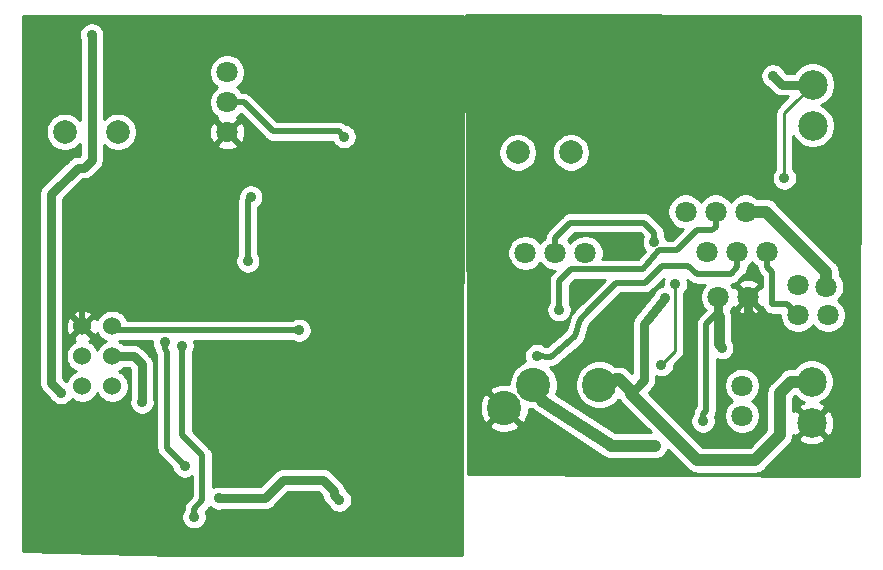
<source format=gbl>
G04 #@! TF.GenerationSoftware,KiCad,Pcbnew,5.1.5-52549c5~86~ubuntu18.04.1*
G04 #@! TF.CreationDate,2020-09-23T21:30:46-07:00*
G04 #@! TF.ProjectId,heat2sound_rx_and_tx_rev02,68656174-3273-46f7-956e-645f72785f61,rev?*
G04 #@! TF.SameCoordinates,Original*
G04 #@! TF.FileFunction,Copper,L2,Bot*
G04 #@! TF.FilePolarity,Positive*
%FSLAX46Y46*%
G04 Gerber Fmt 4.6, Leading zero omitted, Abs format (unit mm)*
G04 Created by KiCad (PCBNEW 5.1.5-52549c5~86~ubuntu18.04.1) date 2020-09-23 21:30:46*
%MOMM*%
%LPD*%
G04 APERTURE LIST*
%ADD10C,1.524000*%
%ADD11C,1.800000*%
%ADD12C,1.998980*%
%ADD13C,2.900000*%
%ADD14C,2.500000*%
%ADD15C,0.889000*%
%ADD16C,0.508000*%
%ADD17C,0.762000*%
%ADD18C,1.016000*%
%ADD19C,0.254000*%
G04 APERTURE END LIST*
D10*
X82730000Y-130040000D03*
X82730000Y-127500000D03*
X82730000Y-124960000D03*
X85270000Y-124960000D03*
X85270000Y-127500000D03*
X85270000Y-130040000D03*
D11*
X95000000Y-108540000D03*
X95000000Y-106000000D03*
X95000000Y-103460000D03*
D12*
X81249880Y-108500000D03*
X85750760Y-108500000D03*
D13*
X126520000Y-129910000D03*
X120920000Y-129910000D03*
X118470000Y-131910000D03*
D11*
X139109840Y-122500000D03*
X136569840Y-122500000D03*
X138600000Y-129990160D03*
X138600000Y-132530160D03*
D12*
X124100760Y-110250000D03*
X119599880Y-110250000D03*
D11*
X138890000Y-115250000D03*
X136350000Y-115250000D03*
X133810000Y-115250000D03*
D14*
X144500000Y-129649940D03*
X144500000Y-133150060D03*
X144600000Y-104499940D03*
X144600000Y-108000060D03*
D11*
X145870000Y-124020000D03*
X143330000Y-124020000D03*
X143330000Y-121480000D03*
X145727000Y-121623000D03*
X140740000Y-118700000D03*
X138200000Y-118700000D03*
X135660000Y-118700000D03*
X120260000Y-118750000D03*
X122800000Y-118750000D03*
X125340000Y-118750000D03*
D15*
X101200000Y-133700000D03*
X98400000Y-119500000D03*
X101400000Y-119500000D03*
X98700000Y-114300000D03*
X95500000Y-119000000D03*
X101400000Y-114500000D03*
X92100000Y-109500000D03*
X96300000Y-135100000D03*
X111200000Y-141000000D03*
X101300000Y-139800000D03*
X107300000Y-139600000D03*
X132370000Y-110600000D03*
X117600000Y-118150000D03*
X146830000Y-117660000D03*
X129900000Y-118000000D03*
X127730000Y-127650000D03*
X104500000Y-139700000D03*
X80925000Y-130575000D03*
X83525000Y-100300000D03*
X94275000Y-139525000D03*
X89700000Y-126300000D03*
X91400000Y-136800000D03*
X101100000Y-125300000D03*
X87800000Y-131400000D03*
X104900000Y-108900000D03*
X123107500Y-123570000D03*
X91200000Y-126600000D03*
X92200000Y-141100000D03*
X96750000Y-119450000D03*
X97000000Y-114000000D03*
X142180000Y-112420000D03*
X141200000Y-103750000D03*
X131159735Y-117790265D03*
X132100000Y-122550000D03*
X131230000Y-135090000D03*
X135300000Y-133000000D03*
X136870000Y-126790000D03*
X131770000Y-128230000D03*
X132950000Y-121350000D03*
X121200000Y-127450000D03*
D16*
X82730000Y-124960000D02*
X82730000Y-122730000D01*
D17*
X139109840Y-123772792D02*
X139850000Y-124512952D01*
X139109840Y-122500000D02*
X139109840Y-123772792D01*
X139850000Y-124512952D02*
X139850000Y-125250000D01*
X80100000Y-129750000D02*
X80925000Y-130575000D01*
X83525000Y-100300000D02*
X83525000Y-110900000D01*
X82350000Y-111525000D02*
X80100000Y-113775000D01*
X83525000Y-110900000D02*
X82900000Y-111525000D01*
X82900000Y-111525000D02*
X82350000Y-111525000D01*
X80100000Y-113775000D02*
X80100000Y-129750000D01*
X104055501Y-139255501D02*
X104055501Y-138930501D01*
X104500000Y-139700000D02*
X104055501Y-139255501D01*
X104055501Y-138930501D02*
X103125000Y-138000000D01*
X103125000Y-138000000D02*
X99750000Y-138000000D01*
X99750000Y-138000000D02*
X98225000Y-139525000D01*
X98225000Y-139525000D02*
X94275000Y-139525000D01*
D16*
X89700000Y-126928617D02*
X89900000Y-127128617D01*
X89700000Y-126300000D02*
X89700000Y-126928617D01*
X89900000Y-127128617D02*
X89900000Y-135300000D01*
X89900000Y-135300000D02*
X91400000Y-136800000D01*
X85610000Y-125300000D02*
X85270000Y-124960000D01*
X101100000Y-125300000D02*
X85610000Y-125300000D01*
D17*
X85270000Y-127500000D02*
X87100000Y-127500000D01*
X87800000Y-128200000D02*
X87100000Y-127500000D01*
X87800000Y-131400000D02*
X87800000Y-128200000D01*
D16*
X104455501Y-108455501D02*
X98855501Y-108455501D01*
X104900000Y-108900000D02*
X104455501Y-108455501D01*
X96400000Y-106000000D02*
X95000000Y-106000000D01*
X98855501Y-108455501D02*
X96400000Y-106000000D01*
X123107500Y-123570000D02*
X123107500Y-121142500D01*
X124100000Y-120150000D02*
X130200000Y-120150000D01*
X123107500Y-121142500D02*
X124100000Y-120150000D01*
X136350000Y-116522792D02*
X136072792Y-116800000D01*
X136350000Y-115250000D02*
X136350000Y-116522792D01*
X136072792Y-116800000D02*
X134800000Y-116800000D01*
X134800000Y-116800000D02*
X133050000Y-118550000D01*
X133050000Y-118550000D02*
X131600000Y-118550000D01*
X130200000Y-120150000D02*
X131600000Y-118550000D01*
D18*
X140162792Y-115250000D02*
X138890000Y-115250000D01*
X140626792Y-115250000D02*
X140162792Y-115250000D01*
X145727000Y-120350208D02*
X140626792Y-115250000D01*
X145727000Y-121623000D02*
X145727000Y-120350208D01*
D16*
X91200000Y-126600000D02*
X91200000Y-134200000D01*
X91200000Y-134200000D02*
X92300000Y-135300000D01*
X92300000Y-135300000D02*
X92900000Y-135900000D01*
X92900000Y-135900000D02*
X92900000Y-139700000D01*
X92900000Y-139700000D02*
X92200000Y-140400000D01*
X92200000Y-140400000D02*
X92200000Y-141100000D01*
X96750000Y-119450000D02*
X96750000Y-114250000D01*
X96750000Y-114250000D02*
X97000000Y-114000000D01*
D19*
X142180000Y-106919940D02*
X143099940Y-106000000D01*
X142180000Y-112420000D02*
X142180000Y-106919940D01*
X143099940Y-106000000D02*
X144600000Y-104499940D01*
D17*
X144600000Y-104499940D02*
X141949940Y-104499940D01*
X141949940Y-104499940D02*
X141200000Y-103750000D01*
D18*
X142732234Y-129649940D02*
X141800000Y-130582174D01*
X144500000Y-129649940D02*
X142732234Y-129649940D01*
X141800000Y-130582174D02*
X141800000Y-134200000D01*
X141800000Y-134200000D02*
X139700000Y-136300000D01*
X134800000Y-136300000D02*
X129200000Y-130700000D01*
X139700000Y-136300000D02*
X134800000Y-136300000D01*
D16*
X122800000Y-118750000D02*
X122800000Y-117450000D01*
X122800000Y-117450000D02*
X124050000Y-116200000D01*
X124050000Y-116200000D02*
X130300000Y-116200000D01*
X130300000Y-116200000D02*
X131159735Y-117059735D01*
X131159735Y-117059735D02*
X131159735Y-117790265D01*
D17*
X130310000Y-129500000D02*
X129200000Y-130700000D01*
X132100000Y-122550000D02*
X130310000Y-124736418D01*
X130310000Y-124736418D02*
X130310000Y-129500000D01*
D18*
X129200000Y-130700000D02*
X129200000Y-130450000D01*
X129200000Y-130450000D02*
X128210000Y-129460000D01*
X125944799Y-129952501D02*
X125796149Y-129803851D01*
X127437499Y-129952501D02*
X125944799Y-129952501D01*
X128210000Y-129460000D02*
X127930000Y-129460000D01*
X127930000Y-129460000D02*
X127437499Y-129952501D01*
X131230000Y-135090000D02*
X127520000Y-135090000D01*
X121699999Y-131259999D02*
X127310000Y-134940000D01*
X120250000Y-129750000D02*
X121699999Y-131199999D01*
X121699999Y-131199999D02*
X121699999Y-131259999D01*
D16*
X135300000Y-132371383D02*
X135560000Y-132111383D01*
X135300000Y-133000000D02*
X135300000Y-132371383D01*
X135560000Y-124790000D02*
X136580000Y-123770000D01*
X135560000Y-132111383D02*
X135560000Y-124790000D01*
X136870000Y-124060000D02*
X136580000Y-123770000D01*
X136870000Y-126790000D02*
X136870000Y-124060000D01*
D17*
X136569840Y-126489840D02*
X136870000Y-126790000D01*
X136569840Y-122500000D02*
X136569840Y-126489840D01*
D19*
X132950000Y-121350000D02*
X132940000Y-127060000D01*
X132940000Y-127060000D02*
X131770000Y-128230000D01*
D16*
X140740000Y-119972792D02*
X141150000Y-120382792D01*
X140740000Y-118700000D02*
X140740000Y-119972792D01*
X141150000Y-120382792D02*
X141150000Y-123100000D01*
X142410000Y-123100000D02*
X143330000Y-124020000D01*
X141150000Y-123100000D02*
X142410000Y-123100000D01*
X138200000Y-119972792D02*
X138200000Y-118700000D01*
X134750000Y-120550000D02*
X137622792Y-120550000D01*
X134050000Y-119850000D02*
X134750000Y-120550000D01*
X130350000Y-121300000D02*
X131800000Y-119850000D01*
X131800000Y-119850000D02*
X134050000Y-119850000D01*
X122398501Y-127548501D02*
X124430000Y-125810000D01*
X121200000Y-127450000D02*
X122398501Y-127548501D01*
X124430000Y-125810000D02*
X124890000Y-124410000D01*
X137622792Y-120550000D02*
X138200000Y-119972792D01*
X125650000Y-123600000D02*
X127950000Y-121300000D01*
X127950000Y-121300000D02*
X130350000Y-121300000D01*
X124890000Y-124410000D02*
X125650000Y-123600000D01*
D19*
G36*
X114874117Y-144323470D02*
G01*
X90639059Y-144323470D01*
X77676530Y-144031081D01*
X77676530Y-113775000D01*
X79087124Y-113775000D01*
X79092000Y-113824507D01*
X79092001Y-129700483D01*
X79087124Y-129750000D01*
X79092001Y-129799517D01*
X79092001Y-129799518D01*
X79101106Y-129891958D01*
X79106586Y-129947602D01*
X79164225Y-130137611D01*
X79257824Y-130312724D01*
X79352222Y-130427749D01*
X79352229Y-130427756D01*
X79383789Y-130466212D01*
X79422244Y-130497771D01*
X79953126Y-131028654D01*
X79975449Y-131082546D01*
X80092711Y-131258042D01*
X80241958Y-131407289D01*
X80417454Y-131524551D01*
X80612455Y-131605323D01*
X80819466Y-131646500D01*
X81030534Y-131646500D01*
X81237545Y-131605323D01*
X81432546Y-131524551D01*
X81608042Y-131407289D01*
X81757289Y-131258042D01*
X81848499Y-131121536D01*
X82072062Y-131270916D01*
X82324844Y-131375622D01*
X82593195Y-131429000D01*
X82866805Y-131429000D01*
X83135156Y-131375622D01*
X83387938Y-131270916D01*
X83615436Y-131118907D01*
X83808907Y-130925436D01*
X83960916Y-130697938D01*
X84000000Y-130603581D01*
X84039084Y-130697938D01*
X84191093Y-130925436D01*
X84384564Y-131118907D01*
X84612062Y-131270916D01*
X84864844Y-131375622D01*
X85133195Y-131429000D01*
X85406805Y-131429000D01*
X85675156Y-131375622D01*
X85927938Y-131270916D01*
X86155436Y-131118907D01*
X86348907Y-130925436D01*
X86500916Y-130697938D01*
X86605622Y-130445156D01*
X86659000Y-130176805D01*
X86659000Y-129903195D01*
X86605622Y-129634844D01*
X86500916Y-129382062D01*
X86348907Y-129154564D01*
X86155436Y-128961093D01*
X85927938Y-128809084D01*
X85833581Y-128770000D01*
X85927938Y-128730916D01*
X86155436Y-128578907D01*
X86226343Y-128508000D01*
X86682473Y-128508000D01*
X86792001Y-128617528D01*
X86792000Y-131033562D01*
X86769677Y-131087455D01*
X86728500Y-131294466D01*
X86728500Y-131505534D01*
X86769677Y-131712545D01*
X86850449Y-131907546D01*
X86967711Y-132083042D01*
X87116958Y-132232289D01*
X87292454Y-132349551D01*
X87487455Y-132430323D01*
X87694466Y-132471500D01*
X87905534Y-132471500D01*
X88112545Y-132430323D01*
X88307546Y-132349551D01*
X88483042Y-132232289D01*
X88632289Y-132083042D01*
X88749551Y-131907546D01*
X88830323Y-131712545D01*
X88871500Y-131505534D01*
X88871500Y-131294466D01*
X88830323Y-131087455D01*
X88808000Y-131033562D01*
X88808000Y-128249504D01*
X88812876Y-128199999D01*
X88808000Y-128150494D01*
X88808000Y-128150482D01*
X88793415Y-128002397D01*
X88735776Y-127812389D01*
X88660469Y-127671500D01*
X88642176Y-127637275D01*
X88547777Y-127522250D01*
X88547776Y-127522249D01*
X88516212Y-127483788D01*
X88477751Y-127452224D01*
X87847776Y-126822249D01*
X87816212Y-126783788D01*
X87662724Y-126657824D01*
X87487611Y-126564224D01*
X87297603Y-126506585D01*
X87149518Y-126492000D01*
X87149507Y-126492000D01*
X87100000Y-126487124D01*
X87050493Y-126492000D01*
X86226343Y-126492000D01*
X86155436Y-126421093D01*
X85927938Y-126269084D01*
X85833581Y-126230000D01*
X85927938Y-126190916D01*
X85942778Y-126181000D01*
X88631179Y-126181000D01*
X88628500Y-126194466D01*
X88628500Y-126405534D01*
X88669677Y-126612545D01*
X88750449Y-126807546D01*
X88816872Y-126906955D01*
X88814738Y-126928617D01*
X88819000Y-126971887D01*
X88819000Y-126971890D01*
X88831748Y-127101323D01*
X88857776Y-127187123D01*
X88882125Y-127267391D01*
X88963932Y-127420442D01*
X88973655Y-127432289D01*
X89019000Y-127487542D01*
X89019001Y-135256720D01*
X89014738Y-135300000D01*
X89031749Y-135472705D01*
X89082125Y-135638774D01*
X89163932Y-135791825D01*
X89212044Y-135850449D01*
X89274026Y-135925975D01*
X89307638Y-135953559D01*
X90345605Y-136991527D01*
X90369677Y-137112545D01*
X90450449Y-137307546D01*
X90567711Y-137483042D01*
X90716958Y-137632289D01*
X90892454Y-137749551D01*
X91087455Y-137830323D01*
X91294466Y-137871500D01*
X91505534Y-137871500D01*
X91712545Y-137830323D01*
X91907546Y-137749551D01*
X92019000Y-137675080D01*
X92019001Y-139335077D01*
X91607644Y-139746435D01*
X91574025Y-139774025D01*
X91501021Y-139862983D01*
X91463932Y-139908175D01*
X91399617Y-140028500D01*
X91382125Y-140061226D01*
X91331748Y-140227295D01*
X91322029Y-140325975D01*
X91314738Y-140400000D01*
X91319000Y-140443270D01*
X91319000Y-140489860D01*
X91250449Y-140592454D01*
X91169677Y-140787455D01*
X91128500Y-140994466D01*
X91128500Y-141205534D01*
X91169677Y-141412545D01*
X91250449Y-141607546D01*
X91367711Y-141783042D01*
X91516958Y-141932289D01*
X91692454Y-142049551D01*
X91887455Y-142130323D01*
X92094466Y-142171500D01*
X92305534Y-142171500D01*
X92512545Y-142130323D01*
X92707546Y-142049551D01*
X92883042Y-141932289D01*
X93032289Y-141783042D01*
X93149551Y-141607546D01*
X93230323Y-141412545D01*
X93271500Y-141205534D01*
X93271500Y-140994466D01*
X93230323Y-140787455D01*
X93179987Y-140665934D01*
X93492360Y-140353562D01*
X93525975Y-140325975D01*
X93541602Y-140306933D01*
X93591958Y-140357289D01*
X93767454Y-140474551D01*
X93962455Y-140555323D01*
X94169466Y-140596500D01*
X94380534Y-140596500D01*
X94587545Y-140555323D01*
X94641438Y-140533000D01*
X98175493Y-140533000D01*
X98225000Y-140537876D01*
X98274507Y-140533000D01*
X98274518Y-140533000D01*
X98422603Y-140518415D01*
X98612611Y-140460776D01*
X98787724Y-140367176D01*
X98941212Y-140241212D01*
X98972776Y-140202751D01*
X100167527Y-139008000D01*
X102707473Y-139008000D01*
X103052200Y-139352728D01*
X103062086Y-139453103D01*
X103119725Y-139643111D01*
X103188979Y-139772677D01*
X103213325Y-139818225D01*
X103287146Y-139908176D01*
X103339289Y-139971713D01*
X103377751Y-140003278D01*
X103528125Y-140153652D01*
X103550449Y-140207546D01*
X103667711Y-140383042D01*
X103816958Y-140532289D01*
X103992454Y-140649551D01*
X104187455Y-140730323D01*
X104394466Y-140771500D01*
X104605534Y-140771500D01*
X104812545Y-140730323D01*
X105007546Y-140649551D01*
X105183042Y-140532289D01*
X105332289Y-140383042D01*
X105449551Y-140207546D01*
X105530323Y-140012545D01*
X105571500Y-139805534D01*
X105571500Y-139594466D01*
X105530323Y-139387455D01*
X105449551Y-139192454D01*
X105332289Y-139016958D01*
X105183042Y-138867711D01*
X105053681Y-138781275D01*
X105048916Y-138732899D01*
X104991277Y-138542890D01*
X104908279Y-138387611D01*
X104897677Y-138367776D01*
X104803279Y-138252751D01*
X104803273Y-138252745D01*
X104771713Y-138214289D01*
X104733257Y-138182729D01*
X103872776Y-137322249D01*
X103841212Y-137283788D01*
X103687724Y-137157824D01*
X103512611Y-137064224D01*
X103322603Y-137006585D01*
X103174518Y-136992000D01*
X103174507Y-136992000D01*
X103125000Y-136987124D01*
X103075493Y-136992000D01*
X99799507Y-136992000D01*
X99750000Y-136987124D01*
X99700493Y-136992000D01*
X99700482Y-136992000D01*
X99552397Y-137006585D01*
X99362389Y-137064224D01*
X99187276Y-137157823D01*
X99072251Y-137252222D01*
X99033788Y-137283788D01*
X99002224Y-137322249D01*
X97807473Y-138517000D01*
X94641438Y-138517000D01*
X94587545Y-138494677D01*
X94380534Y-138453500D01*
X94169466Y-138453500D01*
X93962455Y-138494677D01*
X93781000Y-138569838D01*
X93781000Y-135943269D01*
X93785262Y-135899999D01*
X93781000Y-135856727D01*
X93768252Y-135727294D01*
X93717875Y-135561225D01*
X93636069Y-135408176D01*
X93636068Y-135408174D01*
X93553559Y-135307637D01*
X93525975Y-135274025D01*
X93492361Y-135246440D01*
X92953563Y-134707642D01*
X92953559Y-134707637D01*
X92081000Y-133835079D01*
X92081000Y-127210140D01*
X92149551Y-127107546D01*
X92230323Y-126912545D01*
X92271500Y-126705534D01*
X92271500Y-126494466D01*
X92230323Y-126287455D01*
X92186228Y-126181000D01*
X100489860Y-126181000D01*
X100592454Y-126249551D01*
X100787455Y-126330323D01*
X100994466Y-126371500D01*
X101205534Y-126371500D01*
X101412545Y-126330323D01*
X101607546Y-126249551D01*
X101783042Y-126132289D01*
X101932289Y-125983042D01*
X102049551Y-125807546D01*
X102130323Y-125612545D01*
X102171500Y-125405534D01*
X102171500Y-125194466D01*
X102130323Y-124987455D01*
X102049551Y-124792454D01*
X101932289Y-124616958D01*
X101783042Y-124467711D01*
X101607546Y-124350449D01*
X101412545Y-124269677D01*
X101205534Y-124228500D01*
X100994466Y-124228500D01*
X100787455Y-124269677D01*
X100592454Y-124350449D01*
X100489860Y-124419000D01*
X86549353Y-124419000D01*
X86500916Y-124302062D01*
X86348907Y-124074564D01*
X86155436Y-123881093D01*
X85927938Y-123729084D01*
X85675156Y-123624378D01*
X85406805Y-123571000D01*
X85133195Y-123571000D01*
X84864844Y-123624378D01*
X84612062Y-123729084D01*
X84384564Y-123881093D01*
X84191093Y-124074564D01*
X84039084Y-124302062D01*
X84006336Y-124381122D01*
X83997636Y-124356977D01*
X83935656Y-124241020D01*
X83695565Y-124174040D01*
X82909605Y-124960000D01*
X83695565Y-125745960D01*
X83935656Y-125678980D01*
X84004088Y-125533451D01*
X84039084Y-125617938D01*
X84191093Y-125845436D01*
X84384564Y-126038907D01*
X84612062Y-126190916D01*
X84706419Y-126230000D01*
X84612062Y-126269084D01*
X84384564Y-126421093D01*
X84191093Y-126614564D01*
X84039084Y-126842062D01*
X84000000Y-126936419D01*
X83960916Y-126842062D01*
X83808907Y-126614564D01*
X83615436Y-126421093D01*
X83387938Y-126269084D01*
X83308878Y-126236336D01*
X83333023Y-126227636D01*
X83448980Y-126165656D01*
X83515960Y-125925565D01*
X82730000Y-125139605D01*
X81944040Y-125925565D01*
X82011020Y-126165656D01*
X82156549Y-126234088D01*
X82072062Y-126269084D01*
X81844564Y-126421093D01*
X81651093Y-126614564D01*
X81499084Y-126842062D01*
X81394378Y-127094844D01*
X81341000Y-127363195D01*
X81341000Y-127636805D01*
X81394378Y-127905156D01*
X81499084Y-128157938D01*
X81651093Y-128385436D01*
X81844564Y-128578907D01*
X82072062Y-128730916D01*
X82166419Y-128770000D01*
X82072062Y-128809084D01*
X81844564Y-128961093D01*
X81651093Y-129154564D01*
X81499084Y-129382062D01*
X81403289Y-129613330D01*
X81378654Y-129603126D01*
X81108000Y-129332473D01*
X81108000Y-125032017D01*
X81328090Y-125032017D01*
X81369078Y-125304133D01*
X81462364Y-125563023D01*
X81524344Y-125678980D01*
X81764435Y-125745960D01*
X82550395Y-124960000D01*
X81764435Y-124174040D01*
X81524344Y-124241020D01*
X81407244Y-124490048D01*
X81340977Y-124757135D01*
X81328090Y-125032017D01*
X81108000Y-125032017D01*
X81108000Y-123994435D01*
X81944040Y-123994435D01*
X82730000Y-124780395D01*
X83515960Y-123994435D01*
X83448980Y-123754344D01*
X83199952Y-123637244D01*
X82932865Y-123570977D01*
X82657983Y-123558090D01*
X82385867Y-123599078D01*
X82126977Y-123692364D01*
X82011020Y-123754344D01*
X81944040Y-123994435D01*
X81108000Y-123994435D01*
X81108000Y-119344466D01*
X95678500Y-119344466D01*
X95678500Y-119555534D01*
X95719677Y-119762545D01*
X95800449Y-119957546D01*
X95917711Y-120133042D01*
X96066958Y-120282289D01*
X96242454Y-120399551D01*
X96437455Y-120480323D01*
X96644466Y-120521500D01*
X96855534Y-120521500D01*
X97062545Y-120480323D01*
X97257546Y-120399551D01*
X97433042Y-120282289D01*
X97582289Y-120133042D01*
X97699551Y-119957546D01*
X97780323Y-119762545D01*
X97821500Y-119555534D01*
X97821500Y-119344466D01*
X97780323Y-119137455D01*
X97699551Y-118942454D01*
X97631000Y-118839860D01*
X97631000Y-114867062D01*
X97683042Y-114832289D01*
X97832289Y-114683042D01*
X97949551Y-114507546D01*
X98030323Y-114312545D01*
X98071500Y-114105534D01*
X98071500Y-113894466D01*
X98030323Y-113687455D01*
X97949551Y-113492454D01*
X97832289Y-113316958D01*
X97683042Y-113167711D01*
X97507546Y-113050449D01*
X97312545Y-112969677D01*
X97105534Y-112928500D01*
X96894466Y-112928500D01*
X96687455Y-112969677D01*
X96492454Y-113050449D01*
X96316958Y-113167711D01*
X96167711Y-113316958D01*
X96050449Y-113492454D01*
X95969677Y-113687455D01*
X95928500Y-113894466D01*
X95928500Y-113923176D01*
X95881749Y-114077295D01*
X95864738Y-114250000D01*
X95869001Y-114293280D01*
X95869000Y-118839859D01*
X95800449Y-118942454D01*
X95719677Y-119137455D01*
X95678500Y-119344466D01*
X81108000Y-119344466D01*
X81108000Y-114192527D01*
X82767527Y-112533000D01*
X82850493Y-112533000D01*
X82900000Y-112537876D01*
X82949507Y-112533000D01*
X82949518Y-112533000D01*
X83097603Y-112518415D01*
X83287611Y-112460776D01*
X83462724Y-112367176D01*
X83616212Y-112241212D01*
X83647778Y-112202749D01*
X84202746Y-111647780D01*
X84241212Y-111616212D01*
X84316068Y-111525000D01*
X84367176Y-111462725D01*
X84460775Y-111287612D01*
X84460776Y-111287611D01*
X84518415Y-111097603D01*
X84533000Y-110949518D01*
X84533000Y-110949506D01*
X84537876Y-110900001D01*
X84533000Y-110850496D01*
X84533000Y-109582444D01*
X84713933Y-109763377D01*
X84980328Y-109941377D01*
X85276330Y-110063985D01*
X85590565Y-110126490D01*
X85910955Y-110126490D01*
X86225190Y-110063985D01*
X86521192Y-109941377D01*
X86787587Y-109763377D01*
X86946884Y-109604080D01*
X94115525Y-109604080D01*
X94199208Y-109858261D01*
X94471775Y-109989158D01*
X94764642Y-110064365D01*
X95066553Y-110080991D01*
X95365907Y-110038397D01*
X95651199Y-109938222D01*
X95800792Y-109858261D01*
X95884475Y-109604080D01*
X95000000Y-108719605D01*
X94115525Y-109604080D01*
X86946884Y-109604080D01*
X87014137Y-109536827D01*
X87192137Y-109270432D01*
X87314745Y-108974430D01*
X87377250Y-108660195D01*
X87377250Y-108606553D01*
X93459009Y-108606553D01*
X93501603Y-108905907D01*
X93601778Y-109191199D01*
X93681739Y-109340792D01*
X93935920Y-109424475D01*
X94820395Y-108540000D01*
X95179605Y-108540000D01*
X96064080Y-109424475D01*
X96318261Y-109340792D01*
X96449158Y-109068225D01*
X96524365Y-108775358D01*
X96540991Y-108473447D01*
X96498397Y-108174093D01*
X96398222Y-107888801D01*
X96318261Y-107739208D01*
X96064080Y-107655525D01*
X95179605Y-108540000D01*
X94820395Y-108540000D01*
X93935920Y-107655525D01*
X93681739Y-107739208D01*
X93550842Y-108011775D01*
X93475635Y-108304642D01*
X93459009Y-108606553D01*
X87377250Y-108606553D01*
X87377250Y-108339805D01*
X87314745Y-108025570D01*
X87192137Y-107729568D01*
X87014137Y-107463173D01*
X86787587Y-107236623D01*
X86521192Y-107058623D01*
X86225190Y-106936015D01*
X85910955Y-106873510D01*
X85590565Y-106873510D01*
X85276330Y-106936015D01*
X84980328Y-107058623D01*
X84713933Y-107236623D01*
X84533000Y-107417556D01*
X84533000Y-103309604D01*
X93473000Y-103309604D01*
X93473000Y-103610396D01*
X93531681Y-103905410D01*
X93646790Y-104183306D01*
X93813901Y-104433406D01*
X94026594Y-104646099D01*
X94152161Y-104730000D01*
X94026594Y-104813901D01*
X93813901Y-105026594D01*
X93646790Y-105276694D01*
X93531681Y-105554590D01*
X93473000Y-105849604D01*
X93473000Y-106150396D01*
X93531681Y-106445410D01*
X93646790Y-106723306D01*
X93813901Y-106973406D01*
X94026594Y-107186099D01*
X94177701Y-107287065D01*
X94115525Y-107475920D01*
X95000000Y-108360395D01*
X95884475Y-107475920D01*
X95822299Y-107287065D01*
X95973406Y-107186099D01*
X96156792Y-107002713D01*
X98201940Y-109047862D01*
X98229526Y-109081476D01*
X98263138Y-109109060D01*
X98363675Y-109191569D01*
X98402919Y-109212545D01*
X98516726Y-109273376D01*
X98682795Y-109323753D01*
X98812228Y-109336501D01*
X98812231Y-109336501D01*
X98855501Y-109340763D01*
X98898771Y-109336501D01*
X103921021Y-109336501D01*
X103950449Y-109407546D01*
X104067711Y-109583042D01*
X104216958Y-109732289D01*
X104392454Y-109849551D01*
X104587455Y-109930323D01*
X104794466Y-109971500D01*
X105005534Y-109971500D01*
X105212545Y-109930323D01*
X105407546Y-109849551D01*
X105583042Y-109732289D01*
X105732289Y-109583042D01*
X105849551Y-109407546D01*
X105930323Y-109212545D01*
X105971500Y-109005534D01*
X105971500Y-108794466D01*
X105930323Y-108587455D01*
X105849551Y-108392454D01*
X105732289Y-108216958D01*
X105583042Y-108067711D01*
X105407546Y-107950449D01*
X105212545Y-107869677D01*
X105095285Y-107846353D01*
X105081476Y-107829526D01*
X104947326Y-107719433D01*
X104794276Y-107637626D01*
X104628207Y-107587249D01*
X104498774Y-107574501D01*
X104498771Y-107574501D01*
X104455501Y-107570239D01*
X104412231Y-107574501D01*
X99220423Y-107574501D01*
X97053566Y-105407645D01*
X97025975Y-105374025D01*
X96891825Y-105263932D01*
X96738775Y-105182125D01*
X96572706Y-105131748D01*
X96443273Y-105119000D01*
X96443270Y-105119000D01*
X96400000Y-105114738D01*
X96356730Y-105119000D01*
X96247843Y-105119000D01*
X96186099Y-105026594D01*
X95973406Y-104813901D01*
X95847839Y-104730000D01*
X95973406Y-104646099D01*
X96186099Y-104433406D01*
X96353210Y-104183306D01*
X96468319Y-103905410D01*
X96527000Y-103610396D01*
X96527000Y-103309604D01*
X96468319Y-103014590D01*
X96353210Y-102736694D01*
X96186099Y-102486594D01*
X95973406Y-102273901D01*
X95723306Y-102106790D01*
X95445410Y-101991681D01*
X95150396Y-101933000D01*
X94849604Y-101933000D01*
X94554590Y-101991681D01*
X94276694Y-102106790D01*
X94026594Y-102273901D01*
X93813901Y-102486594D01*
X93646790Y-102736694D01*
X93531681Y-103014590D01*
X93473000Y-103309604D01*
X84533000Y-103309604D01*
X84533000Y-100666438D01*
X84555323Y-100612545D01*
X84596500Y-100405534D01*
X84596500Y-100194466D01*
X84555323Y-99987455D01*
X84474551Y-99792454D01*
X84357289Y-99616958D01*
X84208042Y-99467711D01*
X84032546Y-99350449D01*
X83837545Y-99269677D01*
X83630534Y-99228500D01*
X83419466Y-99228500D01*
X83212455Y-99269677D01*
X83017454Y-99350449D01*
X82841958Y-99467711D01*
X82692711Y-99616958D01*
X82575449Y-99792454D01*
X82494677Y-99987455D01*
X82453500Y-100194466D01*
X82453500Y-100405534D01*
X82494677Y-100612545D01*
X82517000Y-100666438D01*
X82517001Y-107468776D01*
X82513257Y-107463173D01*
X82286707Y-107236623D01*
X82020312Y-107058623D01*
X81724310Y-106936015D01*
X81410075Y-106873510D01*
X81089685Y-106873510D01*
X80775450Y-106936015D01*
X80479448Y-107058623D01*
X80213053Y-107236623D01*
X79986503Y-107463173D01*
X79808503Y-107729568D01*
X79685895Y-108025570D01*
X79623390Y-108339805D01*
X79623390Y-108660195D01*
X79685895Y-108974430D01*
X79808503Y-109270432D01*
X79986503Y-109536827D01*
X80213053Y-109763377D01*
X80479448Y-109941377D01*
X80775450Y-110063985D01*
X81089685Y-110126490D01*
X81410075Y-110126490D01*
X81724310Y-110063985D01*
X82020312Y-109941377D01*
X82286707Y-109763377D01*
X82513257Y-109536827D01*
X82517001Y-109531224D01*
X82517001Y-110482473D01*
X82482473Y-110517000D01*
X82399515Y-110517000D01*
X82350000Y-110512123D01*
X82300485Y-110517000D01*
X82300482Y-110517000D01*
X82152397Y-110531585D01*
X81962389Y-110589224D01*
X81787276Y-110682823D01*
X81672251Y-110777222D01*
X81633788Y-110808788D01*
X81602224Y-110847249D01*
X79422249Y-113027224D01*
X79383788Y-113058788D01*
X79352224Y-113097249D01*
X79352222Y-113097251D01*
X79294397Y-113167711D01*
X79257824Y-113212276D01*
X79164224Y-113387390D01*
X79106585Y-113577398D01*
X79092000Y-113725483D01*
X79092000Y-113725493D01*
X79087124Y-113775000D01*
X77676530Y-113775000D01*
X77676530Y-98676530D01*
X114949485Y-98676530D01*
X114874117Y-144323470D01*
G37*
X114874117Y-144323470D02*
X90639059Y-144323470D01*
X77676530Y-144031081D01*
X77676530Y-113775000D01*
X79087124Y-113775000D01*
X79092000Y-113824507D01*
X79092001Y-129700483D01*
X79087124Y-129750000D01*
X79092001Y-129799517D01*
X79092001Y-129799518D01*
X79101106Y-129891958D01*
X79106586Y-129947602D01*
X79164225Y-130137611D01*
X79257824Y-130312724D01*
X79352222Y-130427749D01*
X79352229Y-130427756D01*
X79383789Y-130466212D01*
X79422244Y-130497771D01*
X79953126Y-131028654D01*
X79975449Y-131082546D01*
X80092711Y-131258042D01*
X80241958Y-131407289D01*
X80417454Y-131524551D01*
X80612455Y-131605323D01*
X80819466Y-131646500D01*
X81030534Y-131646500D01*
X81237545Y-131605323D01*
X81432546Y-131524551D01*
X81608042Y-131407289D01*
X81757289Y-131258042D01*
X81848499Y-131121536D01*
X82072062Y-131270916D01*
X82324844Y-131375622D01*
X82593195Y-131429000D01*
X82866805Y-131429000D01*
X83135156Y-131375622D01*
X83387938Y-131270916D01*
X83615436Y-131118907D01*
X83808907Y-130925436D01*
X83960916Y-130697938D01*
X84000000Y-130603581D01*
X84039084Y-130697938D01*
X84191093Y-130925436D01*
X84384564Y-131118907D01*
X84612062Y-131270916D01*
X84864844Y-131375622D01*
X85133195Y-131429000D01*
X85406805Y-131429000D01*
X85675156Y-131375622D01*
X85927938Y-131270916D01*
X86155436Y-131118907D01*
X86348907Y-130925436D01*
X86500916Y-130697938D01*
X86605622Y-130445156D01*
X86659000Y-130176805D01*
X86659000Y-129903195D01*
X86605622Y-129634844D01*
X86500916Y-129382062D01*
X86348907Y-129154564D01*
X86155436Y-128961093D01*
X85927938Y-128809084D01*
X85833581Y-128770000D01*
X85927938Y-128730916D01*
X86155436Y-128578907D01*
X86226343Y-128508000D01*
X86682473Y-128508000D01*
X86792001Y-128617528D01*
X86792000Y-131033562D01*
X86769677Y-131087455D01*
X86728500Y-131294466D01*
X86728500Y-131505534D01*
X86769677Y-131712545D01*
X86850449Y-131907546D01*
X86967711Y-132083042D01*
X87116958Y-132232289D01*
X87292454Y-132349551D01*
X87487455Y-132430323D01*
X87694466Y-132471500D01*
X87905534Y-132471500D01*
X88112545Y-132430323D01*
X88307546Y-132349551D01*
X88483042Y-132232289D01*
X88632289Y-132083042D01*
X88749551Y-131907546D01*
X88830323Y-131712545D01*
X88871500Y-131505534D01*
X88871500Y-131294466D01*
X88830323Y-131087455D01*
X88808000Y-131033562D01*
X88808000Y-128249504D01*
X88812876Y-128199999D01*
X88808000Y-128150494D01*
X88808000Y-128150482D01*
X88793415Y-128002397D01*
X88735776Y-127812389D01*
X88660469Y-127671500D01*
X88642176Y-127637275D01*
X88547777Y-127522250D01*
X88547776Y-127522249D01*
X88516212Y-127483788D01*
X88477751Y-127452224D01*
X87847776Y-126822249D01*
X87816212Y-126783788D01*
X87662724Y-126657824D01*
X87487611Y-126564224D01*
X87297603Y-126506585D01*
X87149518Y-126492000D01*
X87149507Y-126492000D01*
X87100000Y-126487124D01*
X87050493Y-126492000D01*
X86226343Y-126492000D01*
X86155436Y-126421093D01*
X85927938Y-126269084D01*
X85833581Y-126230000D01*
X85927938Y-126190916D01*
X85942778Y-126181000D01*
X88631179Y-126181000D01*
X88628500Y-126194466D01*
X88628500Y-126405534D01*
X88669677Y-126612545D01*
X88750449Y-126807546D01*
X88816872Y-126906955D01*
X88814738Y-126928617D01*
X88819000Y-126971887D01*
X88819000Y-126971890D01*
X88831748Y-127101323D01*
X88857776Y-127187123D01*
X88882125Y-127267391D01*
X88963932Y-127420442D01*
X88973655Y-127432289D01*
X89019000Y-127487542D01*
X89019001Y-135256720D01*
X89014738Y-135300000D01*
X89031749Y-135472705D01*
X89082125Y-135638774D01*
X89163932Y-135791825D01*
X89212044Y-135850449D01*
X89274026Y-135925975D01*
X89307638Y-135953559D01*
X90345605Y-136991527D01*
X90369677Y-137112545D01*
X90450449Y-137307546D01*
X90567711Y-137483042D01*
X90716958Y-137632289D01*
X90892454Y-137749551D01*
X91087455Y-137830323D01*
X91294466Y-137871500D01*
X91505534Y-137871500D01*
X91712545Y-137830323D01*
X91907546Y-137749551D01*
X92019000Y-137675080D01*
X92019001Y-139335077D01*
X91607644Y-139746435D01*
X91574025Y-139774025D01*
X91501021Y-139862983D01*
X91463932Y-139908175D01*
X91399617Y-140028500D01*
X91382125Y-140061226D01*
X91331748Y-140227295D01*
X91322029Y-140325975D01*
X91314738Y-140400000D01*
X91319000Y-140443270D01*
X91319000Y-140489860D01*
X91250449Y-140592454D01*
X91169677Y-140787455D01*
X91128500Y-140994466D01*
X91128500Y-141205534D01*
X91169677Y-141412545D01*
X91250449Y-141607546D01*
X91367711Y-141783042D01*
X91516958Y-141932289D01*
X91692454Y-142049551D01*
X91887455Y-142130323D01*
X92094466Y-142171500D01*
X92305534Y-142171500D01*
X92512545Y-142130323D01*
X92707546Y-142049551D01*
X92883042Y-141932289D01*
X93032289Y-141783042D01*
X93149551Y-141607546D01*
X93230323Y-141412545D01*
X93271500Y-141205534D01*
X93271500Y-140994466D01*
X93230323Y-140787455D01*
X93179987Y-140665934D01*
X93492360Y-140353562D01*
X93525975Y-140325975D01*
X93541602Y-140306933D01*
X93591958Y-140357289D01*
X93767454Y-140474551D01*
X93962455Y-140555323D01*
X94169466Y-140596500D01*
X94380534Y-140596500D01*
X94587545Y-140555323D01*
X94641438Y-140533000D01*
X98175493Y-140533000D01*
X98225000Y-140537876D01*
X98274507Y-140533000D01*
X98274518Y-140533000D01*
X98422603Y-140518415D01*
X98612611Y-140460776D01*
X98787724Y-140367176D01*
X98941212Y-140241212D01*
X98972776Y-140202751D01*
X100167527Y-139008000D01*
X102707473Y-139008000D01*
X103052200Y-139352728D01*
X103062086Y-139453103D01*
X103119725Y-139643111D01*
X103188979Y-139772677D01*
X103213325Y-139818225D01*
X103287146Y-139908176D01*
X103339289Y-139971713D01*
X103377751Y-140003278D01*
X103528125Y-140153652D01*
X103550449Y-140207546D01*
X103667711Y-140383042D01*
X103816958Y-140532289D01*
X103992454Y-140649551D01*
X104187455Y-140730323D01*
X104394466Y-140771500D01*
X104605534Y-140771500D01*
X104812545Y-140730323D01*
X105007546Y-140649551D01*
X105183042Y-140532289D01*
X105332289Y-140383042D01*
X105449551Y-140207546D01*
X105530323Y-140012545D01*
X105571500Y-139805534D01*
X105571500Y-139594466D01*
X105530323Y-139387455D01*
X105449551Y-139192454D01*
X105332289Y-139016958D01*
X105183042Y-138867711D01*
X105053681Y-138781275D01*
X105048916Y-138732899D01*
X104991277Y-138542890D01*
X104908279Y-138387611D01*
X104897677Y-138367776D01*
X104803279Y-138252751D01*
X104803273Y-138252745D01*
X104771713Y-138214289D01*
X104733257Y-138182729D01*
X103872776Y-137322249D01*
X103841212Y-137283788D01*
X103687724Y-137157824D01*
X103512611Y-137064224D01*
X103322603Y-137006585D01*
X103174518Y-136992000D01*
X103174507Y-136992000D01*
X103125000Y-136987124D01*
X103075493Y-136992000D01*
X99799507Y-136992000D01*
X99750000Y-136987124D01*
X99700493Y-136992000D01*
X99700482Y-136992000D01*
X99552397Y-137006585D01*
X99362389Y-137064224D01*
X99187276Y-137157823D01*
X99072251Y-137252222D01*
X99033788Y-137283788D01*
X99002224Y-137322249D01*
X97807473Y-138517000D01*
X94641438Y-138517000D01*
X94587545Y-138494677D01*
X94380534Y-138453500D01*
X94169466Y-138453500D01*
X93962455Y-138494677D01*
X93781000Y-138569838D01*
X93781000Y-135943269D01*
X93785262Y-135899999D01*
X93781000Y-135856727D01*
X93768252Y-135727294D01*
X93717875Y-135561225D01*
X93636069Y-135408176D01*
X93636068Y-135408174D01*
X93553559Y-135307637D01*
X93525975Y-135274025D01*
X93492361Y-135246440D01*
X92953563Y-134707642D01*
X92953559Y-134707637D01*
X92081000Y-133835079D01*
X92081000Y-127210140D01*
X92149551Y-127107546D01*
X92230323Y-126912545D01*
X92271500Y-126705534D01*
X92271500Y-126494466D01*
X92230323Y-126287455D01*
X92186228Y-126181000D01*
X100489860Y-126181000D01*
X100592454Y-126249551D01*
X100787455Y-126330323D01*
X100994466Y-126371500D01*
X101205534Y-126371500D01*
X101412545Y-126330323D01*
X101607546Y-126249551D01*
X101783042Y-126132289D01*
X101932289Y-125983042D01*
X102049551Y-125807546D01*
X102130323Y-125612545D01*
X102171500Y-125405534D01*
X102171500Y-125194466D01*
X102130323Y-124987455D01*
X102049551Y-124792454D01*
X101932289Y-124616958D01*
X101783042Y-124467711D01*
X101607546Y-124350449D01*
X101412545Y-124269677D01*
X101205534Y-124228500D01*
X100994466Y-124228500D01*
X100787455Y-124269677D01*
X100592454Y-124350449D01*
X100489860Y-124419000D01*
X86549353Y-124419000D01*
X86500916Y-124302062D01*
X86348907Y-124074564D01*
X86155436Y-123881093D01*
X85927938Y-123729084D01*
X85675156Y-123624378D01*
X85406805Y-123571000D01*
X85133195Y-123571000D01*
X84864844Y-123624378D01*
X84612062Y-123729084D01*
X84384564Y-123881093D01*
X84191093Y-124074564D01*
X84039084Y-124302062D01*
X84006336Y-124381122D01*
X83997636Y-124356977D01*
X83935656Y-124241020D01*
X83695565Y-124174040D01*
X82909605Y-124960000D01*
X83695565Y-125745960D01*
X83935656Y-125678980D01*
X84004088Y-125533451D01*
X84039084Y-125617938D01*
X84191093Y-125845436D01*
X84384564Y-126038907D01*
X84612062Y-126190916D01*
X84706419Y-126230000D01*
X84612062Y-126269084D01*
X84384564Y-126421093D01*
X84191093Y-126614564D01*
X84039084Y-126842062D01*
X84000000Y-126936419D01*
X83960916Y-126842062D01*
X83808907Y-126614564D01*
X83615436Y-126421093D01*
X83387938Y-126269084D01*
X83308878Y-126236336D01*
X83333023Y-126227636D01*
X83448980Y-126165656D01*
X83515960Y-125925565D01*
X82730000Y-125139605D01*
X81944040Y-125925565D01*
X82011020Y-126165656D01*
X82156549Y-126234088D01*
X82072062Y-126269084D01*
X81844564Y-126421093D01*
X81651093Y-126614564D01*
X81499084Y-126842062D01*
X81394378Y-127094844D01*
X81341000Y-127363195D01*
X81341000Y-127636805D01*
X81394378Y-127905156D01*
X81499084Y-128157938D01*
X81651093Y-128385436D01*
X81844564Y-128578907D01*
X82072062Y-128730916D01*
X82166419Y-128770000D01*
X82072062Y-128809084D01*
X81844564Y-128961093D01*
X81651093Y-129154564D01*
X81499084Y-129382062D01*
X81403289Y-129613330D01*
X81378654Y-129603126D01*
X81108000Y-129332473D01*
X81108000Y-125032017D01*
X81328090Y-125032017D01*
X81369078Y-125304133D01*
X81462364Y-125563023D01*
X81524344Y-125678980D01*
X81764435Y-125745960D01*
X82550395Y-124960000D01*
X81764435Y-124174040D01*
X81524344Y-124241020D01*
X81407244Y-124490048D01*
X81340977Y-124757135D01*
X81328090Y-125032017D01*
X81108000Y-125032017D01*
X81108000Y-123994435D01*
X81944040Y-123994435D01*
X82730000Y-124780395D01*
X83515960Y-123994435D01*
X83448980Y-123754344D01*
X83199952Y-123637244D01*
X82932865Y-123570977D01*
X82657983Y-123558090D01*
X82385867Y-123599078D01*
X82126977Y-123692364D01*
X82011020Y-123754344D01*
X81944040Y-123994435D01*
X81108000Y-123994435D01*
X81108000Y-119344466D01*
X95678500Y-119344466D01*
X95678500Y-119555534D01*
X95719677Y-119762545D01*
X95800449Y-119957546D01*
X95917711Y-120133042D01*
X96066958Y-120282289D01*
X96242454Y-120399551D01*
X96437455Y-120480323D01*
X96644466Y-120521500D01*
X96855534Y-120521500D01*
X97062545Y-120480323D01*
X97257546Y-120399551D01*
X97433042Y-120282289D01*
X97582289Y-120133042D01*
X97699551Y-119957546D01*
X97780323Y-119762545D01*
X97821500Y-119555534D01*
X97821500Y-119344466D01*
X97780323Y-119137455D01*
X97699551Y-118942454D01*
X97631000Y-118839860D01*
X97631000Y-114867062D01*
X97683042Y-114832289D01*
X97832289Y-114683042D01*
X97949551Y-114507546D01*
X98030323Y-114312545D01*
X98071500Y-114105534D01*
X98071500Y-113894466D01*
X98030323Y-113687455D01*
X97949551Y-113492454D01*
X97832289Y-113316958D01*
X97683042Y-113167711D01*
X97507546Y-113050449D01*
X97312545Y-112969677D01*
X97105534Y-112928500D01*
X96894466Y-112928500D01*
X96687455Y-112969677D01*
X96492454Y-113050449D01*
X96316958Y-113167711D01*
X96167711Y-113316958D01*
X96050449Y-113492454D01*
X95969677Y-113687455D01*
X95928500Y-113894466D01*
X95928500Y-113923176D01*
X95881749Y-114077295D01*
X95864738Y-114250000D01*
X95869001Y-114293280D01*
X95869000Y-118839859D01*
X95800449Y-118942454D01*
X95719677Y-119137455D01*
X95678500Y-119344466D01*
X81108000Y-119344466D01*
X81108000Y-114192527D01*
X82767527Y-112533000D01*
X82850493Y-112533000D01*
X82900000Y-112537876D01*
X82949507Y-112533000D01*
X82949518Y-112533000D01*
X83097603Y-112518415D01*
X83287611Y-112460776D01*
X83462724Y-112367176D01*
X83616212Y-112241212D01*
X83647778Y-112202749D01*
X84202746Y-111647780D01*
X84241212Y-111616212D01*
X84316068Y-111525000D01*
X84367176Y-111462725D01*
X84460775Y-111287612D01*
X84460776Y-111287611D01*
X84518415Y-111097603D01*
X84533000Y-110949518D01*
X84533000Y-110949506D01*
X84537876Y-110900001D01*
X84533000Y-110850496D01*
X84533000Y-109582444D01*
X84713933Y-109763377D01*
X84980328Y-109941377D01*
X85276330Y-110063985D01*
X85590565Y-110126490D01*
X85910955Y-110126490D01*
X86225190Y-110063985D01*
X86521192Y-109941377D01*
X86787587Y-109763377D01*
X86946884Y-109604080D01*
X94115525Y-109604080D01*
X94199208Y-109858261D01*
X94471775Y-109989158D01*
X94764642Y-110064365D01*
X95066553Y-110080991D01*
X95365907Y-110038397D01*
X95651199Y-109938222D01*
X95800792Y-109858261D01*
X95884475Y-109604080D01*
X95000000Y-108719605D01*
X94115525Y-109604080D01*
X86946884Y-109604080D01*
X87014137Y-109536827D01*
X87192137Y-109270432D01*
X87314745Y-108974430D01*
X87377250Y-108660195D01*
X87377250Y-108606553D01*
X93459009Y-108606553D01*
X93501603Y-108905907D01*
X93601778Y-109191199D01*
X93681739Y-109340792D01*
X93935920Y-109424475D01*
X94820395Y-108540000D01*
X95179605Y-108540000D01*
X96064080Y-109424475D01*
X96318261Y-109340792D01*
X96449158Y-109068225D01*
X96524365Y-108775358D01*
X96540991Y-108473447D01*
X96498397Y-108174093D01*
X96398222Y-107888801D01*
X96318261Y-107739208D01*
X96064080Y-107655525D01*
X95179605Y-108540000D01*
X94820395Y-108540000D01*
X93935920Y-107655525D01*
X93681739Y-107739208D01*
X93550842Y-108011775D01*
X93475635Y-108304642D01*
X93459009Y-108606553D01*
X87377250Y-108606553D01*
X87377250Y-108339805D01*
X87314745Y-108025570D01*
X87192137Y-107729568D01*
X87014137Y-107463173D01*
X86787587Y-107236623D01*
X86521192Y-107058623D01*
X86225190Y-106936015D01*
X85910955Y-106873510D01*
X85590565Y-106873510D01*
X85276330Y-106936015D01*
X84980328Y-107058623D01*
X84713933Y-107236623D01*
X84533000Y-107417556D01*
X84533000Y-103309604D01*
X93473000Y-103309604D01*
X93473000Y-103610396D01*
X93531681Y-103905410D01*
X93646790Y-104183306D01*
X93813901Y-104433406D01*
X94026594Y-104646099D01*
X94152161Y-104730000D01*
X94026594Y-104813901D01*
X93813901Y-105026594D01*
X93646790Y-105276694D01*
X93531681Y-105554590D01*
X93473000Y-105849604D01*
X93473000Y-106150396D01*
X93531681Y-106445410D01*
X93646790Y-106723306D01*
X93813901Y-106973406D01*
X94026594Y-107186099D01*
X94177701Y-107287065D01*
X94115525Y-107475920D01*
X95000000Y-108360395D01*
X95884475Y-107475920D01*
X95822299Y-107287065D01*
X95973406Y-107186099D01*
X96156792Y-107002713D01*
X98201940Y-109047862D01*
X98229526Y-109081476D01*
X98263138Y-109109060D01*
X98363675Y-109191569D01*
X98402919Y-109212545D01*
X98516726Y-109273376D01*
X98682795Y-109323753D01*
X98812228Y-109336501D01*
X98812231Y-109336501D01*
X98855501Y-109340763D01*
X98898771Y-109336501D01*
X103921021Y-109336501D01*
X103950449Y-109407546D01*
X104067711Y-109583042D01*
X104216958Y-109732289D01*
X104392454Y-109849551D01*
X104587455Y-109930323D01*
X104794466Y-109971500D01*
X105005534Y-109971500D01*
X105212545Y-109930323D01*
X105407546Y-109849551D01*
X105583042Y-109732289D01*
X105732289Y-109583042D01*
X105849551Y-109407546D01*
X105930323Y-109212545D01*
X105971500Y-109005534D01*
X105971500Y-108794466D01*
X105930323Y-108587455D01*
X105849551Y-108392454D01*
X105732289Y-108216958D01*
X105583042Y-108067711D01*
X105407546Y-107950449D01*
X105212545Y-107869677D01*
X105095285Y-107846353D01*
X105081476Y-107829526D01*
X104947326Y-107719433D01*
X104794276Y-107637626D01*
X104628207Y-107587249D01*
X104498774Y-107574501D01*
X104498771Y-107574501D01*
X104455501Y-107570239D01*
X104412231Y-107574501D01*
X99220423Y-107574501D01*
X97053566Y-105407645D01*
X97025975Y-105374025D01*
X96891825Y-105263932D01*
X96738775Y-105182125D01*
X96572706Y-105131748D01*
X96443273Y-105119000D01*
X96443270Y-105119000D01*
X96400000Y-105114738D01*
X96356730Y-105119000D01*
X96247843Y-105119000D01*
X96186099Y-105026594D01*
X95973406Y-104813901D01*
X95847839Y-104730000D01*
X95973406Y-104646099D01*
X96186099Y-104433406D01*
X96353210Y-104183306D01*
X96468319Y-103905410D01*
X96527000Y-103610396D01*
X96527000Y-103309604D01*
X96468319Y-103014590D01*
X96353210Y-102736694D01*
X96186099Y-102486594D01*
X95973406Y-102273901D01*
X95723306Y-102106790D01*
X95445410Y-101991681D01*
X95150396Y-101933000D01*
X94849604Y-101933000D01*
X94554590Y-101991681D01*
X94276694Y-102106790D01*
X94026594Y-102273901D01*
X93813901Y-102486594D01*
X93646790Y-102736694D01*
X93531681Y-103014590D01*
X93473000Y-103309604D01*
X84533000Y-103309604D01*
X84533000Y-100666438D01*
X84555323Y-100612545D01*
X84596500Y-100405534D01*
X84596500Y-100194466D01*
X84555323Y-99987455D01*
X84474551Y-99792454D01*
X84357289Y-99616958D01*
X84208042Y-99467711D01*
X84032546Y-99350449D01*
X83837545Y-99269677D01*
X83630534Y-99228500D01*
X83419466Y-99228500D01*
X83212455Y-99269677D01*
X83017454Y-99350449D01*
X82841958Y-99467711D01*
X82692711Y-99616958D01*
X82575449Y-99792454D01*
X82494677Y-99987455D01*
X82453500Y-100194466D01*
X82453500Y-100405534D01*
X82494677Y-100612545D01*
X82517000Y-100666438D01*
X82517001Y-107468776D01*
X82513257Y-107463173D01*
X82286707Y-107236623D01*
X82020312Y-107058623D01*
X81724310Y-106936015D01*
X81410075Y-106873510D01*
X81089685Y-106873510D01*
X80775450Y-106936015D01*
X80479448Y-107058623D01*
X80213053Y-107236623D01*
X79986503Y-107463173D01*
X79808503Y-107729568D01*
X79685895Y-108025570D01*
X79623390Y-108339805D01*
X79623390Y-108660195D01*
X79685895Y-108974430D01*
X79808503Y-109270432D01*
X79986503Y-109536827D01*
X80213053Y-109763377D01*
X80479448Y-109941377D01*
X80775450Y-110063985D01*
X81089685Y-110126490D01*
X81410075Y-110126490D01*
X81724310Y-110063985D01*
X82020312Y-109941377D01*
X82286707Y-109763377D01*
X82513257Y-109536827D01*
X82517001Y-109531224D01*
X82517001Y-110482473D01*
X82482473Y-110517000D01*
X82399515Y-110517000D01*
X82350000Y-110512123D01*
X82300485Y-110517000D01*
X82300482Y-110517000D01*
X82152397Y-110531585D01*
X81962389Y-110589224D01*
X81787276Y-110682823D01*
X81672251Y-110777222D01*
X81633788Y-110808788D01*
X81602224Y-110847249D01*
X79422249Y-113027224D01*
X79383788Y-113058788D01*
X79352224Y-113097249D01*
X79352222Y-113097251D01*
X79294397Y-113167711D01*
X79257824Y-113212276D01*
X79164224Y-113387390D01*
X79106585Y-113577398D01*
X79092000Y-113725483D01*
X79092000Y-113725493D01*
X79087124Y-113775000D01*
X77676530Y-113775000D01*
X77676530Y-98676530D01*
X114949485Y-98676530D01*
X114874117Y-144323470D01*
G36*
X148621318Y-98685783D02*
G01*
X148473483Y-137622559D01*
X115428748Y-137507489D01*
X115407355Y-133366052D01*
X117193553Y-133366052D01*
X117343548Y-133676493D01*
X117709819Y-133862311D01*
X118105303Y-133973101D01*
X118514801Y-134004609D01*
X118922577Y-133955621D01*
X119312962Y-133828021D01*
X119596452Y-133676493D01*
X119746447Y-133366052D01*
X118470000Y-132089605D01*
X117193553Y-133366052D01*
X115407355Y-133366052D01*
X115400064Y-131954801D01*
X116375391Y-131954801D01*
X116424379Y-132362577D01*
X116551979Y-132752962D01*
X116703507Y-133036452D01*
X117013948Y-133186447D01*
X118290395Y-131910000D01*
X117013948Y-130633553D01*
X116703507Y-130783548D01*
X116517689Y-131149819D01*
X116406899Y-131545303D01*
X116375391Y-131954801D01*
X115400064Y-131954801D01*
X115392311Y-130453948D01*
X117193553Y-130453948D01*
X118470000Y-131730395D01*
X118484143Y-131716253D01*
X118663748Y-131895858D01*
X118649605Y-131910000D01*
X119926052Y-133186447D01*
X120236493Y-133036452D01*
X120422311Y-132670181D01*
X120533101Y-132274697D01*
X120557652Y-131955615D01*
X120715433Y-131987000D01*
X120828349Y-131987000D01*
X120893550Y-132066448D01*
X120897307Y-132069532D01*
X120900423Y-132073263D01*
X120983636Y-132140380D01*
X121066377Y-132208283D01*
X121120047Y-132236970D01*
X126734076Y-135919615D01*
X126755358Y-135930759D01*
X126886377Y-136038284D01*
X127083553Y-136143676D01*
X127297501Y-136208577D01*
X127464248Y-136225000D01*
X131285752Y-136225000D01*
X131452499Y-136208577D01*
X131666447Y-136143676D01*
X131863623Y-136038284D01*
X132036449Y-135896449D01*
X132178284Y-135723623D01*
X132283676Y-135526447D01*
X132315711Y-135420843D01*
X133958009Y-137063141D01*
X133993551Y-137106449D01*
X134166377Y-137248284D01*
X134363553Y-137353676D01*
X134577501Y-137418577D01*
X134800000Y-137440491D01*
X134855751Y-137435000D01*
X139644249Y-137435000D01*
X139700000Y-137440491D01*
X139755751Y-137435000D01*
X139755752Y-137435000D01*
X139922499Y-137418577D01*
X140136447Y-137353676D01*
X140333623Y-137248284D01*
X140506449Y-137106449D01*
X140541996Y-137063135D01*
X142563141Y-135041991D01*
X142606449Y-135006449D01*
X142748284Y-134833623D01*
X142853676Y-134636447D01*
X142906089Y-134463665D01*
X143366000Y-134463665D01*
X143491914Y-134753637D01*
X143824126Y-134919493D01*
X144182312Y-135017350D01*
X144552706Y-135043449D01*
X144921075Y-134996785D01*
X145273262Y-134879154D01*
X145508086Y-134753637D01*
X145634000Y-134463665D01*
X144500000Y-133329665D01*
X143366000Y-134463665D01*
X142906089Y-134463665D01*
X142918577Y-134422499D01*
X142935000Y-134255752D01*
X142935000Y-134255743D01*
X142940490Y-134200001D01*
X142938152Y-134176266D01*
X143186395Y-134284060D01*
X144320395Y-133150060D01*
X144679605Y-133150060D01*
X145813605Y-134284060D01*
X146103577Y-134158146D01*
X146269433Y-133825934D01*
X146367290Y-133467748D01*
X146393389Y-133097354D01*
X146346725Y-132728985D01*
X146229094Y-132376798D01*
X146103577Y-132141974D01*
X145813605Y-132016060D01*
X144679605Y-133150060D01*
X144320395Y-133150060D01*
X143186395Y-132016060D01*
X142935000Y-132125223D01*
X142935000Y-131052305D01*
X143091443Y-130895862D01*
X143303482Y-131107901D01*
X143610907Y-131313316D01*
X143806489Y-131394329D01*
X143726738Y-131420966D01*
X143491914Y-131546483D01*
X143366000Y-131836455D01*
X144500000Y-132970455D01*
X145634000Y-131836455D01*
X145508086Y-131546483D01*
X145198871Y-131392108D01*
X145389093Y-131313316D01*
X145696518Y-131107901D01*
X145957961Y-130846458D01*
X146163376Y-130539033D01*
X146304868Y-130197441D01*
X146377000Y-129834808D01*
X146377000Y-129465072D01*
X146304868Y-129102439D01*
X146163376Y-128760847D01*
X145957961Y-128453422D01*
X145696518Y-128191979D01*
X145389093Y-127986564D01*
X145047501Y-127845072D01*
X144684868Y-127772940D01*
X144315132Y-127772940D01*
X143952499Y-127845072D01*
X143610907Y-127986564D01*
X143303482Y-128191979D01*
X143042039Y-128453422D01*
X143000934Y-128514940D01*
X142787985Y-128514940D01*
X142732234Y-128509449D01*
X142676482Y-128514940D01*
X142509735Y-128531363D01*
X142295787Y-128596264D01*
X142098611Y-128701656D01*
X141925785Y-128843491D01*
X141890242Y-128886800D01*
X141036864Y-129740179D01*
X140993551Y-129775725D01*
X140851716Y-129948551D01*
X140762980Y-130114567D01*
X140746324Y-130145728D01*
X140681423Y-130359676D01*
X140659509Y-130582174D01*
X140665000Y-130637926D01*
X140665001Y-133729867D01*
X139229869Y-135165000D01*
X135270132Y-135165000D01*
X130684601Y-130579470D01*
X131002978Y-130235280D01*
X131026212Y-130216212D01*
X131070237Y-130162567D01*
X131083597Y-130148124D01*
X131101663Y-130124275D01*
X131152176Y-130062724D01*
X131161498Y-130045284D01*
X131173446Y-130029511D01*
X131208235Y-129957846D01*
X131245776Y-129887611D01*
X131251519Y-129868680D01*
X131260156Y-129850887D01*
X131280288Y-129773843D01*
X131303415Y-129697603D01*
X131305354Y-129677911D01*
X131310354Y-129658778D01*
X131315068Y-129579291D01*
X131318000Y-129549518D01*
X131318000Y-129529842D01*
X131322108Y-129460568D01*
X131318000Y-129430796D01*
X131318000Y-129202559D01*
X131457455Y-129260323D01*
X131664466Y-129301500D01*
X131875534Y-129301500D01*
X132082545Y-129260323D01*
X132277546Y-129179551D01*
X132453042Y-129062289D01*
X132602289Y-128913042D01*
X132719551Y-128737546D01*
X132800323Y-128542545D01*
X132841500Y-128335534D01*
X132841500Y-128224816D01*
X133446505Y-127619812D01*
X133474798Y-127596675D01*
X133498873Y-127567444D01*
X133499349Y-127566968D01*
X133522812Y-127538378D01*
X133569222Y-127482029D01*
X133569535Y-127481446D01*
X133569961Y-127480927D01*
X133604788Y-127415769D01*
X133639466Y-127351164D01*
X133639661Y-127350526D01*
X133639974Y-127349940D01*
X133661390Y-127279343D01*
X133682829Y-127209111D01*
X133682895Y-127208453D01*
X133683090Y-127207810D01*
X133690360Y-127133994D01*
X133693933Y-127098359D01*
X133693934Y-127097707D01*
X133697648Y-127060000D01*
X133694064Y-127023610D01*
X133702665Y-122112666D01*
X133782289Y-122033042D01*
X133899551Y-121857546D01*
X133980323Y-121662545D01*
X134021500Y-121455534D01*
X134021500Y-121244466D01*
X133980323Y-121037455D01*
X133972396Y-121018318D01*
X134096438Y-121142360D01*
X134124025Y-121175975D01*
X134157637Y-121203559D01*
X134258174Y-121286068D01*
X134312686Y-121315205D01*
X134411225Y-121367875D01*
X134577294Y-121418252D01*
X134706727Y-121431000D01*
X134706736Y-121431000D01*
X134749999Y-121435261D01*
X134793262Y-121431000D01*
X135479335Y-121431000D01*
X135383741Y-121526594D01*
X135216630Y-121776694D01*
X135101521Y-122054590D01*
X135042840Y-122349604D01*
X135042840Y-122650396D01*
X135101521Y-122945410D01*
X135216630Y-123223306D01*
X135383741Y-123473406D01*
X135507207Y-123596872D01*
X134967640Y-124136439D01*
X134934026Y-124164025D01*
X134906441Y-124197638D01*
X134823932Y-124298175D01*
X134742125Y-124451226D01*
X134715555Y-124538816D01*
X134693885Y-124610255D01*
X134691749Y-124617295D01*
X134674738Y-124790000D01*
X134679001Y-124833280D01*
X134679000Y-131741326D01*
X134674026Y-131745408D01*
X134646441Y-131779021D01*
X134563932Y-131879558D01*
X134482125Y-132032609D01*
X134471860Y-132066448D01*
X134431748Y-132198677D01*
X134419939Y-132318575D01*
X134414738Y-132371383D01*
X134416872Y-132393045D01*
X134350449Y-132492454D01*
X134269677Y-132687455D01*
X134228500Y-132894466D01*
X134228500Y-133105534D01*
X134269677Y-133312545D01*
X134350449Y-133507546D01*
X134467711Y-133683042D01*
X134616958Y-133832289D01*
X134792454Y-133949551D01*
X134987455Y-134030323D01*
X135194466Y-134071500D01*
X135405534Y-134071500D01*
X135612545Y-134030323D01*
X135807546Y-133949551D01*
X135983042Y-133832289D01*
X136132289Y-133683042D01*
X136249551Y-133507546D01*
X136330323Y-133312545D01*
X136371500Y-133105534D01*
X136371500Y-132894466D01*
X136330323Y-132687455D01*
X136295642Y-132603727D01*
X136296068Y-132603208D01*
X136377875Y-132450158D01*
X136428252Y-132284089D01*
X136441000Y-132154656D01*
X136441000Y-132154653D01*
X136445262Y-132111383D01*
X136441000Y-132068113D01*
X136441000Y-129839764D01*
X137073000Y-129839764D01*
X137073000Y-130140556D01*
X137131681Y-130435570D01*
X137246790Y-130713466D01*
X137413901Y-130963566D01*
X137626594Y-131176259D01*
X137752161Y-131260160D01*
X137626594Y-131344061D01*
X137413901Y-131556754D01*
X137246790Y-131806854D01*
X137131681Y-132084750D01*
X137073000Y-132379764D01*
X137073000Y-132680556D01*
X137131681Y-132975570D01*
X137246790Y-133253466D01*
X137413901Y-133503566D01*
X137626594Y-133716259D01*
X137876694Y-133883370D01*
X138154590Y-133998479D01*
X138449604Y-134057160D01*
X138750396Y-134057160D01*
X139045410Y-133998479D01*
X139323306Y-133883370D01*
X139573406Y-133716259D01*
X139786099Y-133503566D01*
X139953210Y-133253466D01*
X140068319Y-132975570D01*
X140127000Y-132680556D01*
X140127000Y-132379764D01*
X140068319Y-132084750D01*
X139953210Y-131806854D01*
X139786099Y-131556754D01*
X139573406Y-131344061D01*
X139447839Y-131260160D01*
X139573406Y-131176259D01*
X139786099Y-130963566D01*
X139953210Y-130713466D01*
X140068319Y-130435570D01*
X140127000Y-130140556D01*
X140127000Y-129839764D01*
X140068319Y-129544750D01*
X139953210Y-129266854D01*
X139786099Y-129016754D01*
X139573406Y-128804061D01*
X139323306Y-128636950D01*
X139045410Y-128521841D01*
X138750396Y-128463160D01*
X138449604Y-128463160D01*
X138154590Y-128521841D01*
X137876694Y-128636950D01*
X137626594Y-128804061D01*
X137413901Y-129016754D01*
X137246790Y-129266854D01*
X137131681Y-129544750D01*
X137073000Y-129839764D01*
X136441000Y-129839764D01*
X136441000Y-127772086D01*
X136557455Y-127820323D01*
X136764466Y-127861500D01*
X136975534Y-127861500D01*
X137182545Y-127820323D01*
X137377546Y-127739551D01*
X137553042Y-127622289D01*
X137702289Y-127473042D01*
X137819551Y-127297546D01*
X137900323Y-127102545D01*
X137941500Y-126895534D01*
X137941500Y-126684466D01*
X137900323Y-126477455D01*
X137819551Y-126282454D01*
X137751000Y-126179860D01*
X137751000Y-124103270D01*
X137755262Y-124060000D01*
X137751000Y-124016727D01*
X137738252Y-123887294D01*
X137687875Y-123721225D01*
X137625262Y-123604083D01*
X137665265Y-123564080D01*
X138225365Y-123564080D01*
X138309048Y-123818261D01*
X138581615Y-123949158D01*
X138874482Y-124024365D01*
X139176393Y-124040991D01*
X139475747Y-123998397D01*
X139761039Y-123898222D01*
X139910632Y-123818261D01*
X139994315Y-123564080D01*
X139109840Y-122679605D01*
X138225365Y-123564080D01*
X137665265Y-123564080D01*
X137755939Y-123473406D01*
X137856905Y-123322299D01*
X138045760Y-123384475D01*
X138930235Y-122500000D01*
X138045760Y-121615525D01*
X137856905Y-121677701D01*
X137755939Y-121526594D01*
X137665265Y-121435920D01*
X138225365Y-121435920D01*
X139109840Y-122320395D01*
X139994315Y-121435920D01*
X139910632Y-121181739D01*
X139638065Y-121050842D01*
X139345198Y-120975635D01*
X139043287Y-120959009D01*
X138743933Y-121001603D01*
X138458641Y-121101778D01*
X138309048Y-121181739D01*
X138225365Y-121435920D01*
X137665265Y-121435920D01*
X137660858Y-121431513D01*
X137666062Y-121431000D01*
X137666065Y-121431000D01*
X137795498Y-121418252D01*
X137961567Y-121367875D01*
X138114617Y-121286068D01*
X138248767Y-121175975D01*
X138276358Y-121142355D01*
X138792356Y-120626357D01*
X138825975Y-120598767D01*
X138902734Y-120505235D01*
X138936068Y-120464618D01*
X139001701Y-120341826D01*
X139017875Y-120311567D01*
X139068252Y-120145498D01*
X139081000Y-120016065D01*
X139081000Y-120016063D01*
X139085262Y-119972793D01*
X139082693Y-119946711D01*
X139173406Y-119886099D01*
X139386099Y-119673406D01*
X139470000Y-119547839D01*
X139553901Y-119673406D01*
X139766594Y-119886099D01*
X139857307Y-119946711D01*
X139854738Y-119972792D01*
X139861754Y-120044018D01*
X139871749Y-120145498D01*
X139873115Y-120150000D01*
X139922125Y-120311566D01*
X140003932Y-120464617D01*
X140067790Y-120542428D01*
X140114026Y-120598767D01*
X140147639Y-120626353D01*
X140269000Y-120747714D01*
X140269000Y-121646828D01*
X140173920Y-121615525D01*
X139289445Y-122500000D01*
X140173920Y-123384475D01*
X140302783Y-123342050D01*
X140332125Y-123438775D01*
X140413932Y-123591825D01*
X140524025Y-123725975D01*
X140658175Y-123836068D01*
X140811225Y-123917875D01*
X140977294Y-123968252D01*
X141106727Y-123981000D01*
X141150000Y-123985262D01*
X141193273Y-123981000D01*
X141803000Y-123981000D01*
X141803000Y-124170396D01*
X141861681Y-124465410D01*
X141976790Y-124743306D01*
X142143901Y-124993406D01*
X142356594Y-125206099D01*
X142606694Y-125373210D01*
X142884590Y-125488319D01*
X143179604Y-125547000D01*
X143480396Y-125547000D01*
X143775410Y-125488319D01*
X144053306Y-125373210D01*
X144303406Y-125206099D01*
X144516099Y-124993406D01*
X144600000Y-124867839D01*
X144683901Y-124993406D01*
X144896594Y-125206099D01*
X145146694Y-125373210D01*
X145424590Y-125488319D01*
X145719604Y-125547000D01*
X146020396Y-125547000D01*
X146315410Y-125488319D01*
X146593306Y-125373210D01*
X146843406Y-125206099D01*
X147056099Y-124993406D01*
X147223210Y-124743306D01*
X147338319Y-124465410D01*
X147397000Y-124170396D01*
X147397000Y-123869604D01*
X147338319Y-123574590D01*
X147223210Y-123296694D01*
X147056099Y-123046594D01*
X146843406Y-122833901D01*
X146742816Y-122766689D01*
X146913099Y-122596406D01*
X147080210Y-122346306D01*
X147195319Y-122068410D01*
X147254000Y-121773396D01*
X147254000Y-121472604D01*
X147195319Y-121177590D01*
X147080210Y-120899694D01*
X146913099Y-120649594D01*
X146862000Y-120598495D01*
X146862000Y-120405949D01*
X146867490Y-120350207D01*
X146862000Y-120294465D01*
X146862000Y-120294456D01*
X146845577Y-120127709D01*
X146780676Y-119913761D01*
X146675284Y-119716585D01*
X146533449Y-119543759D01*
X146490141Y-119508217D01*
X141468788Y-114486865D01*
X141433241Y-114443551D01*
X141260415Y-114301716D01*
X141063239Y-114196324D01*
X140849291Y-114131423D01*
X140682544Y-114115000D01*
X140682543Y-114115000D01*
X140626792Y-114109509D01*
X140571041Y-114115000D01*
X139914505Y-114115000D01*
X139863406Y-114063901D01*
X139613306Y-113896790D01*
X139335410Y-113781681D01*
X139040396Y-113723000D01*
X138739604Y-113723000D01*
X138444590Y-113781681D01*
X138166694Y-113896790D01*
X137916594Y-114063901D01*
X137703901Y-114276594D01*
X137620000Y-114402161D01*
X137536099Y-114276594D01*
X137323406Y-114063901D01*
X137073306Y-113896790D01*
X136795410Y-113781681D01*
X136500396Y-113723000D01*
X136199604Y-113723000D01*
X135904590Y-113781681D01*
X135626694Y-113896790D01*
X135376594Y-114063901D01*
X135163901Y-114276594D01*
X135080000Y-114402161D01*
X134996099Y-114276594D01*
X134783406Y-114063901D01*
X134533306Y-113896790D01*
X134255410Y-113781681D01*
X133960396Y-113723000D01*
X133659604Y-113723000D01*
X133364590Y-113781681D01*
X133086694Y-113896790D01*
X132836594Y-114063901D01*
X132623901Y-114276594D01*
X132456790Y-114526694D01*
X132341681Y-114804590D01*
X132283000Y-115099604D01*
X132283000Y-115400396D01*
X132341681Y-115695410D01*
X132456790Y-115973306D01*
X132623901Y-116223406D01*
X132836594Y-116436099D01*
X133086694Y-116603210D01*
X133364590Y-116718319D01*
X133590770Y-116763308D01*
X132685079Y-117669000D01*
X132228106Y-117669000D01*
X132190058Y-117477720D01*
X132109286Y-117282719D01*
X132040735Y-117180125D01*
X132040735Y-117103005D01*
X132044997Y-117059735D01*
X132034994Y-116958175D01*
X132027987Y-116887029D01*
X131977610Y-116720960D01*
X131927545Y-116627295D01*
X131895803Y-116567909D01*
X131813294Y-116467372D01*
X131785710Y-116433760D01*
X131752097Y-116406175D01*
X130953565Y-115607644D01*
X130925975Y-115574025D01*
X130791825Y-115463932D01*
X130638775Y-115382125D01*
X130472706Y-115331748D01*
X130343273Y-115319000D01*
X130343270Y-115319000D01*
X130300000Y-115314738D01*
X130256730Y-115319000D01*
X124093270Y-115319000D01*
X124050000Y-115314738D01*
X124006730Y-115319000D01*
X124006727Y-115319000D01*
X123877294Y-115331748D01*
X123711225Y-115382125D01*
X123558174Y-115463932D01*
X123490022Y-115519863D01*
X123424025Y-115574025D01*
X123396439Y-115607639D01*
X122207640Y-116796439D01*
X122174026Y-116824025D01*
X122132085Y-116875131D01*
X122063932Y-116958175D01*
X121982125Y-117111226D01*
X121931749Y-117277295D01*
X121914738Y-117450000D01*
X121919001Y-117493280D01*
X121919001Y-117502157D01*
X121826594Y-117563901D01*
X121613901Y-117776594D01*
X121530000Y-117902161D01*
X121446099Y-117776594D01*
X121233406Y-117563901D01*
X120983306Y-117396790D01*
X120705410Y-117281681D01*
X120410396Y-117223000D01*
X120109604Y-117223000D01*
X119814590Y-117281681D01*
X119536694Y-117396790D01*
X119286594Y-117563901D01*
X119073901Y-117776594D01*
X118906790Y-118026694D01*
X118791681Y-118304590D01*
X118733000Y-118599604D01*
X118733000Y-118900396D01*
X118791681Y-119195410D01*
X118906790Y-119473306D01*
X119073901Y-119723406D01*
X119286594Y-119936099D01*
X119536694Y-120103210D01*
X119814590Y-120218319D01*
X120109604Y-120277000D01*
X120410396Y-120277000D01*
X120705410Y-120218319D01*
X120983306Y-120103210D01*
X121233406Y-119936099D01*
X121446099Y-119723406D01*
X121530000Y-119597839D01*
X121613901Y-119723406D01*
X121826594Y-119936099D01*
X122076694Y-120103210D01*
X122354590Y-120218319D01*
X122649604Y-120277000D01*
X122727079Y-120277000D01*
X122515140Y-120488939D01*
X122481526Y-120516525D01*
X122453941Y-120550138D01*
X122371432Y-120650675D01*
X122289625Y-120803726D01*
X122275066Y-120851722D01*
X122241849Y-120961225D01*
X122239249Y-120969795D01*
X122222238Y-121142500D01*
X122226501Y-121185780D01*
X122226500Y-122959859D01*
X122157949Y-123062454D01*
X122077177Y-123257455D01*
X122036000Y-123464466D01*
X122036000Y-123675534D01*
X122077177Y-123882545D01*
X122157949Y-124077546D01*
X122275211Y-124253042D01*
X122424458Y-124402289D01*
X122599954Y-124519551D01*
X122794955Y-124600323D01*
X123001966Y-124641500D01*
X123213034Y-124641500D01*
X123420045Y-124600323D01*
X123615046Y-124519551D01*
X123790542Y-124402289D01*
X123939789Y-124253042D01*
X124057051Y-124077546D01*
X124137823Y-123882545D01*
X124179000Y-123675534D01*
X124179000Y-123464466D01*
X124137823Y-123257455D01*
X124057051Y-123062454D01*
X123988500Y-122959860D01*
X123988500Y-121507421D01*
X124464922Y-121031000D01*
X126973078Y-121031000D01*
X125047711Y-122956368D01*
X125037133Y-122965628D01*
X125017100Y-122986979D01*
X124996441Y-123007638D01*
X124987541Y-123018483D01*
X124264022Y-123789602D01*
X124218743Y-123832851D01*
X124179884Y-123888216D01*
X124138650Y-123941854D01*
X124130113Y-123959126D01*
X124119044Y-123974897D01*
X124091727Y-124036791D01*
X124061756Y-124097431D01*
X124045497Y-124157897D01*
X123669948Y-125300872D01*
X122104683Y-126640383D01*
X121887897Y-126622566D01*
X121883042Y-126617711D01*
X121707546Y-126500449D01*
X121512545Y-126419677D01*
X121305534Y-126378500D01*
X121094466Y-126378500D01*
X120887455Y-126419677D01*
X120692454Y-126500449D01*
X120516958Y-126617711D01*
X120367711Y-126766958D01*
X120250449Y-126942454D01*
X120169677Y-127137455D01*
X120128500Y-127344466D01*
X120128500Y-127555534D01*
X120169677Y-127762545D01*
X120243966Y-127941894D01*
X119936171Y-128069386D01*
X119595989Y-128296689D01*
X119306689Y-128585989D01*
X119079386Y-128926171D01*
X118922818Y-129304161D01*
X118843000Y-129705433D01*
X118843000Y-129849225D01*
X118834697Y-129846899D01*
X118425199Y-129815391D01*
X118017423Y-129864379D01*
X117627038Y-129991979D01*
X117343548Y-130143507D01*
X117193553Y-130453948D01*
X115392311Y-130453948D01*
X115287111Y-110089805D01*
X117973390Y-110089805D01*
X117973390Y-110410195D01*
X118035895Y-110724430D01*
X118158503Y-111020432D01*
X118336503Y-111286827D01*
X118563053Y-111513377D01*
X118829448Y-111691377D01*
X119125450Y-111813985D01*
X119439685Y-111876490D01*
X119760075Y-111876490D01*
X120074310Y-111813985D01*
X120370312Y-111691377D01*
X120636707Y-111513377D01*
X120863257Y-111286827D01*
X121041257Y-111020432D01*
X121163865Y-110724430D01*
X121226370Y-110410195D01*
X121226370Y-110089805D01*
X122474270Y-110089805D01*
X122474270Y-110410195D01*
X122536775Y-110724430D01*
X122659383Y-111020432D01*
X122837383Y-111286827D01*
X123063933Y-111513377D01*
X123330328Y-111691377D01*
X123626330Y-111813985D01*
X123940565Y-111876490D01*
X124260955Y-111876490D01*
X124575190Y-111813985D01*
X124871192Y-111691377D01*
X125137587Y-111513377D01*
X125364137Y-111286827D01*
X125542137Y-111020432D01*
X125664745Y-110724430D01*
X125727250Y-110410195D01*
X125727250Y-110089805D01*
X125664745Y-109775570D01*
X125542137Y-109479568D01*
X125364137Y-109213173D01*
X125137587Y-108986623D01*
X124871192Y-108808623D01*
X124575190Y-108686015D01*
X124260955Y-108623510D01*
X123940565Y-108623510D01*
X123626330Y-108686015D01*
X123330328Y-108808623D01*
X123063933Y-108986623D01*
X122837383Y-109213173D01*
X122659383Y-109479568D01*
X122536775Y-109775570D01*
X122474270Y-110089805D01*
X121226370Y-110089805D01*
X121163865Y-109775570D01*
X121041257Y-109479568D01*
X120863257Y-109213173D01*
X120636707Y-108986623D01*
X120370312Y-108808623D01*
X120074310Y-108686015D01*
X119760075Y-108623510D01*
X119439685Y-108623510D01*
X119125450Y-108686015D01*
X118829448Y-108808623D01*
X118563053Y-108986623D01*
X118336503Y-109213173D01*
X118158503Y-109479568D01*
X118035895Y-109775570D01*
X117973390Y-110089805D01*
X115287111Y-110089805D01*
X115253815Y-103644466D01*
X140128500Y-103644466D01*
X140128500Y-103855534D01*
X140169677Y-104062545D01*
X140250449Y-104257546D01*
X140367711Y-104433042D01*
X140516958Y-104582289D01*
X140692454Y-104699551D01*
X140746347Y-104721874D01*
X141202164Y-105177691D01*
X141233728Y-105216152D01*
X141272189Y-105247716D01*
X141272190Y-105247717D01*
X141387215Y-105342116D01*
X141439456Y-105370039D01*
X141562329Y-105435716D01*
X141752337Y-105493355D01*
X141900422Y-105507940D01*
X141900432Y-105507940D01*
X141949939Y-105512816D01*
X141999446Y-105507940D01*
X142525683Y-105507940D01*
X141673032Y-106360592D01*
X141644263Y-106384202D01*
X141620652Y-106412972D01*
X141620651Y-106412973D01*
X141550039Y-106499014D01*
X141480026Y-106630001D01*
X141436910Y-106772131D01*
X141422353Y-106919940D01*
X141426001Y-106956981D01*
X141426000Y-111658669D01*
X141347711Y-111736958D01*
X141230449Y-111912454D01*
X141149677Y-112107455D01*
X141108500Y-112314466D01*
X141108500Y-112525534D01*
X141149677Y-112732545D01*
X141230449Y-112927546D01*
X141347711Y-113103042D01*
X141496958Y-113252289D01*
X141672454Y-113369551D01*
X141867455Y-113450323D01*
X142074466Y-113491500D01*
X142285534Y-113491500D01*
X142492545Y-113450323D01*
X142687546Y-113369551D01*
X142863042Y-113252289D01*
X143012289Y-113103042D01*
X143129551Y-112927546D01*
X143210323Y-112732545D01*
X143251500Y-112525534D01*
X143251500Y-112314466D01*
X143210323Y-112107455D01*
X143129551Y-111912454D01*
X143012289Y-111736958D01*
X142934000Y-111658669D01*
X142934000Y-108882818D01*
X142936624Y-108889153D01*
X143142039Y-109196578D01*
X143403482Y-109458021D01*
X143710907Y-109663436D01*
X144052499Y-109804928D01*
X144415132Y-109877060D01*
X144784868Y-109877060D01*
X145147501Y-109804928D01*
X145489093Y-109663436D01*
X145796518Y-109458021D01*
X146057961Y-109196578D01*
X146263376Y-108889153D01*
X146404868Y-108547561D01*
X146477000Y-108184928D01*
X146477000Y-107815192D01*
X146404868Y-107452559D01*
X146263376Y-107110967D01*
X146057961Y-106803542D01*
X145796518Y-106542099D01*
X145489093Y-106336684D01*
X145279819Y-106250000D01*
X145489093Y-106163316D01*
X145796518Y-105957901D01*
X146057961Y-105696458D01*
X146263376Y-105389033D01*
X146404868Y-105047441D01*
X146477000Y-104684808D01*
X146477000Y-104315072D01*
X146404868Y-103952439D01*
X146263376Y-103610847D01*
X146057961Y-103303422D01*
X145796518Y-103041979D01*
X145489093Y-102836564D01*
X145147501Y-102695072D01*
X144784868Y-102622940D01*
X144415132Y-102622940D01*
X144052499Y-102695072D01*
X143710907Y-102836564D01*
X143403482Y-103041979D01*
X143142039Y-103303422D01*
X143016075Y-103491940D01*
X142367467Y-103491940D01*
X142171874Y-103296347D01*
X142149551Y-103242454D01*
X142032289Y-103066958D01*
X141883042Y-102917711D01*
X141707546Y-102800449D01*
X141512545Y-102719677D01*
X141305534Y-102678500D01*
X141094466Y-102678500D01*
X140887455Y-102719677D01*
X140692454Y-102800449D01*
X140516958Y-102917711D01*
X140367711Y-103066958D01*
X140250449Y-103242454D01*
X140169677Y-103437455D01*
X140128500Y-103644466D01*
X115253815Y-103644466D01*
X115227660Y-98581678D01*
X148621318Y-98685783D01*
G37*
X148621318Y-98685783D02*
X148473483Y-137622559D01*
X115428748Y-137507489D01*
X115407355Y-133366052D01*
X117193553Y-133366052D01*
X117343548Y-133676493D01*
X117709819Y-133862311D01*
X118105303Y-133973101D01*
X118514801Y-134004609D01*
X118922577Y-133955621D01*
X119312962Y-133828021D01*
X119596452Y-133676493D01*
X119746447Y-133366052D01*
X118470000Y-132089605D01*
X117193553Y-133366052D01*
X115407355Y-133366052D01*
X115400064Y-131954801D01*
X116375391Y-131954801D01*
X116424379Y-132362577D01*
X116551979Y-132752962D01*
X116703507Y-133036452D01*
X117013948Y-133186447D01*
X118290395Y-131910000D01*
X117013948Y-130633553D01*
X116703507Y-130783548D01*
X116517689Y-131149819D01*
X116406899Y-131545303D01*
X116375391Y-131954801D01*
X115400064Y-131954801D01*
X115392311Y-130453948D01*
X117193553Y-130453948D01*
X118470000Y-131730395D01*
X118484143Y-131716253D01*
X118663748Y-131895858D01*
X118649605Y-131910000D01*
X119926052Y-133186447D01*
X120236493Y-133036452D01*
X120422311Y-132670181D01*
X120533101Y-132274697D01*
X120557652Y-131955615D01*
X120715433Y-131987000D01*
X120828349Y-131987000D01*
X120893550Y-132066448D01*
X120897307Y-132069532D01*
X120900423Y-132073263D01*
X120983636Y-132140380D01*
X121066377Y-132208283D01*
X121120047Y-132236970D01*
X126734076Y-135919615D01*
X126755358Y-135930759D01*
X126886377Y-136038284D01*
X127083553Y-136143676D01*
X127297501Y-136208577D01*
X127464248Y-136225000D01*
X131285752Y-136225000D01*
X131452499Y-136208577D01*
X131666447Y-136143676D01*
X131863623Y-136038284D01*
X132036449Y-135896449D01*
X132178284Y-135723623D01*
X132283676Y-135526447D01*
X132315711Y-135420843D01*
X133958009Y-137063141D01*
X133993551Y-137106449D01*
X134166377Y-137248284D01*
X134363553Y-137353676D01*
X134577501Y-137418577D01*
X134800000Y-137440491D01*
X134855751Y-137435000D01*
X139644249Y-137435000D01*
X139700000Y-137440491D01*
X139755751Y-137435000D01*
X139755752Y-137435000D01*
X139922499Y-137418577D01*
X140136447Y-137353676D01*
X140333623Y-137248284D01*
X140506449Y-137106449D01*
X140541996Y-137063135D01*
X142563141Y-135041991D01*
X142606449Y-135006449D01*
X142748284Y-134833623D01*
X142853676Y-134636447D01*
X142906089Y-134463665D01*
X143366000Y-134463665D01*
X143491914Y-134753637D01*
X143824126Y-134919493D01*
X144182312Y-135017350D01*
X144552706Y-135043449D01*
X144921075Y-134996785D01*
X145273262Y-134879154D01*
X145508086Y-134753637D01*
X145634000Y-134463665D01*
X144500000Y-133329665D01*
X143366000Y-134463665D01*
X142906089Y-134463665D01*
X142918577Y-134422499D01*
X142935000Y-134255752D01*
X142935000Y-134255743D01*
X142940490Y-134200001D01*
X142938152Y-134176266D01*
X143186395Y-134284060D01*
X144320395Y-133150060D01*
X144679605Y-133150060D01*
X145813605Y-134284060D01*
X146103577Y-134158146D01*
X146269433Y-133825934D01*
X146367290Y-133467748D01*
X146393389Y-133097354D01*
X146346725Y-132728985D01*
X146229094Y-132376798D01*
X146103577Y-132141974D01*
X145813605Y-132016060D01*
X144679605Y-133150060D01*
X144320395Y-133150060D01*
X143186395Y-132016060D01*
X142935000Y-132125223D01*
X142935000Y-131052305D01*
X143091443Y-130895862D01*
X143303482Y-131107901D01*
X143610907Y-131313316D01*
X143806489Y-131394329D01*
X143726738Y-131420966D01*
X143491914Y-131546483D01*
X143366000Y-131836455D01*
X144500000Y-132970455D01*
X145634000Y-131836455D01*
X145508086Y-131546483D01*
X145198871Y-131392108D01*
X145389093Y-131313316D01*
X145696518Y-131107901D01*
X145957961Y-130846458D01*
X146163376Y-130539033D01*
X146304868Y-130197441D01*
X146377000Y-129834808D01*
X146377000Y-129465072D01*
X146304868Y-129102439D01*
X146163376Y-128760847D01*
X145957961Y-128453422D01*
X145696518Y-128191979D01*
X145389093Y-127986564D01*
X145047501Y-127845072D01*
X144684868Y-127772940D01*
X144315132Y-127772940D01*
X143952499Y-127845072D01*
X143610907Y-127986564D01*
X143303482Y-128191979D01*
X143042039Y-128453422D01*
X143000934Y-128514940D01*
X142787985Y-128514940D01*
X142732234Y-128509449D01*
X142676482Y-128514940D01*
X142509735Y-128531363D01*
X142295787Y-128596264D01*
X142098611Y-128701656D01*
X141925785Y-128843491D01*
X141890242Y-128886800D01*
X141036864Y-129740179D01*
X140993551Y-129775725D01*
X140851716Y-129948551D01*
X140762980Y-130114567D01*
X140746324Y-130145728D01*
X140681423Y-130359676D01*
X140659509Y-130582174D01*
X140665000Y-130637926D01*
X140665001Y-133729867D01*
X139229869Y-135165000D01*
X135270132Y-135165000D01*
X130684601Y-130579470D01*
X131002978Y-130235280D01*
X131026212Y-130216212D01*
X131070237Y-130162567D01*
X131083597Y-130148124D01*
X131101663Y-130124275D01*
X131152176Y-130062724D01*
X131161498Y-130045284D01*
X131173446Y-130029511D01*
X131208235Y-129957846D01*
X131245776Y-129887611D01*
X131251519Y-129868680D01*
X131260156Y-129850887D01*
X131280288Y-129773843D01*
X131303415Y-129697603D01*
X131305354Y-129677911D01*
X131310354Y-129658778D01*
X131315068Y-129579291D01*
X131318000Y-129549518D01*
X131318000Y-129529842D01*
X131322108Y-129460568D01*
X131318000Y-129430796D01*
X131318000Y-129202559D01*
X131457455Y-129260323D01*
X131664466Y-129301500D01*
X131875534Y-129301500D01*
X132082545Y-129260323D01*
X132277546Y-129179551D01*
X132453042Y-129062289D01*
X132602289Y-128913042D01*
X132719551Y-128737546D01*
X132800323Y-128542545D01*
X132841500Y-128335534D01*
X132841500Y-128224816D01*
X133446505Y-127619812D01*
X133474798Y-127596675D01*
X133498873Y-127567444D01*
X133499349Y-127566968D01*
X133522812Y-127538378D01*
X133569222Y-127482029D01*
X133569535Y-127481446D01*
X133569961Y-127480927D01*
X133604788Y-127415769D01*
X133639466Y-127351164D01*
X133639661Y-127350526D01*
X133639974Y-127349940D01*
X133661390Y-127279343D01*
X133682829Y-127209111D01*
X133682895Y-127208453D01*
X133683090Y-127207810D01*
X133690360Y-127133994D01*
X133693933Y-127098359D01*
X133693934Y-127097707D01*
X133697648Y-127060000D01*
X133694064Y-127023610D01*
X133702665Y-122112666D01*
X133782289Y-122033042D01*
X133899551Y-121857546D01*
X133980323Y-121662545D01*
X134021500Y-121455534D01*
X134021500Y-121244466D01*
X133980323Y-121037455D01*
X133972396Y-121018318D01*
X134096438Y-121142360D01*
X134124025Y-121175975D01*
X134157637Y-121203559D01*
X134258174Y-121286068D01*
X134312686Y-121315205D01*
X134411225Y-121367875D01*
X134577294Y-121418252D01*
X134706727Y-121431000D01*
X134706736Y-121431000D01*
X134749999Y-121435261D01*
X134793262Y-121431000D01*
X135479335Y-121431000D01*
X135383741Y-121526594D01*
X135216630Y-121776694D01*
X135101521Y-122054590D01*
X135042840Y-122349604D01*
X135042840Y-122650396D01*
X135101521Y-122945410D01*
X135216630Y-123223306D01*
X135383741Y-123473406D01*
X135507207Y-123596872D01*
X134967640Y-124136439D01*
X134934026Y-124164025D01*
X134906441Y-124197638D01*
X134823932Y-124298175D01*
X134742125Y-124451226D01*
X134715555Y-124538816D01*
X134693885Y-124610255D01*
X134691749Y-124617295D01*
X134674738Y-124790000D01*
X134679001Y-124833280D01*
X134679000Y-131741326D01*
X134674026Y-131745408D01*
X134646441Y-131779021D01*
X134563932Y-131879558D01*
X134482125Y-132032609D01*
X134471860Y-132066448D01*
X134431748Y-132198677D01*
X134419939Y-132318575D01*
X134414738Y-132371383D01*
X134416872Y-132393045D01*
X134350449Y-132492454D01*
X134269677Y-132687455D01*
X134228500Y-132894466D01*
X134228500Y-133105534D01*
X134269677Y-133312545D01*
X134350449Y-133507546D01*
X134467711Y-133683042D01*
X134616958Y-133832289D01*
X134792454Y-133949551D01*
X134987455Y-134030323D01*
X135194466Y-134071500D01*
X135405534Y-134071500D01*
X135612545Y-134030323D01*
X135807546Y-133949551D01*
X135983042Y-133832289D01*
X136132289Y-133683042D01*
X136249551Y-133507546D01*
X136330323Y-133312545D01*
X136371500Y-133105534D01*
X136371500Y-132894466D01*
X136330323Y-132687455D01*
X136295642Y-132603727D01*
X136296068Y-132603208D01*
X136377875Y-132450158D01*
X136428252Y-132284089D01*
X136441000Y-132154656D01*
X136441000Y-132154653D01*
X136445262Y-132111383D01*
X136441000Y-132068113D01*
X136441000Y-129839764D01*
X137073000Y-129839764D01*
X137073000Y-130140556D01*
X137131681Y-130435570D01*
X137246790Y-130713466D01*
X137413901Y-130963566D01*
X137626594Y-131176259D01*
X137752161Y-131260160D01*
X137626594Y-131344061D01*
X137413901Y-131556754D01*
X137246790Y-131806854D01*
X137131681Y-132084750D01*
X137073000Y-132379764D01*
X137073000Y-132680556D01*
X137131681Y-132975570D01*
X137246790Y-133253466D01*
X137413901Y-133503566D01*
X137626594Y-133716259D01*
X137876694Y-133883370D01*
X138154590Y-133998479D01*
X138449604Y-134057160D01*
X138750396Y-134057160D01*
X139045410Y-133998479D01*
X139323306Y-133883370D01*
X139573406Y-133716259D01*
X139786099Y-133503566D01*
X139953210Y-133253466D01*
X140068319Y-132975570D01*
X140127000Y-132680556D01*
X140127000Y-132379764D01*
X140068319Y-132084750D01*
X139953210Y-131806854D01*
X139786099Y-131556754D01*
X139573406Y-131344061D01*
X139447839Y-131260160D01*
X139573406Y-131176259D01*
X139786099Y-130963566D01*
X139953210Y-130713466D01*
X140068319Y-130435570D01*
X140127000Y-130140556D01*
X140127000Y-129839764D01*
X140068319Y-129544750D01*
X139953210Y-129266854D01*
X139786099Y-129016754D01*
X139573406Y-128804061D01*
X139323306Y-128636950D01*
X139045410Y-128521841D01*
X138750396Y-128463160D01*
X138449604Y-128463160D01*
X138154590Y-128521841D01*
X137876694Y-128636950D01*
X137626594Y-128804061D01*
X137413901Y-129016754D01*
X137246790Y-129266854D01*
X137131681Y-129544750D01*
X137073000Y-129839764D01*
X136441000Y-129839764D01*
X136441000Y-127772086D01*
X136557455Y-127820323D01*
X136764466Y-127861500D01*
X136975534Y-127861500D01*
X137182545Y-127820323D01*
X137377546Y-127739551D01*
X137553042Y-127622289D01*
X137702289Y-127473042D01*
X137819551Y-127297546D01*
X137900323Y-127102545D01*
X137941500Y-126895534D01*
X137941500Y-126684466D01*
X137900323Y-126477455D01*
X137819551Y-126282454D01*
X137751000Y-126179860D01*
X137751000Y-124103270D01*
X137755262Y-124060000D01*
X137751000Y-124016727D01*
X137738252Y-123887294D01*
X137687875Y-123721225D01*
X137625262Y-123604083D01*
X137665265Y-123564080D01*
X138225365Y-123564080D01*
X138309048Y-123818261D01*
X138581615Y-123949158D01*
X138874482Y-124024365D01*
X139176393Y-124040991D01*
X139475747Y-123998397D01*
X139761039Y-123898222D01*
X139910632Y-123818261D01*
X139994315Y-123564080D01*
X139109840Y-122679605D01*
X138225365Y-123564080D01*
X137665265Y-123564080D01*
X137755939Y-123473406D01*
X137856905Y-123322299D01*
X138045760Y-123384475D01*
X138930235Y-122500000D01*
X138045760Y-121615525D01*
X137856905Y-121677701D01*
X137755939Y-121526594D01*
X137665265Y-121435920D01*
X138225365Y-121435920D01*
X139109840Y-122320395D01*
X139994315Y-121435920D01*
X139910632Y-121181739D01*
X139638065Y-121050842D01*
X139345198Y-120975635D01*
X139043287Y-120959009D01*
X138743933Y-121001603D01*
X138458641Y-121101778D01*
X138309048Y-121181739D01*
X138225365Y-121435920D01*
X137665265Y-121435920D01*
X137660858Y-121431513D01*
X137666062Y-121431000D01*
X137666065Y-121431000D01*
X137795498Y-121418252D01*
X137961567Y-121367875D01*
X138114617Y-121286068D01*
X138248767Y-121175975D01*
X138276358Y-121142355D01*
X138792356Y-120626357D01*
X138825975Y-120598767D01*
X138902734Y-120505235D01*
X138936068Y-120464618D01*
X139001701Y-120341826D01*
X139017875Y-120311567D01*
X139068252Y-120145498D01*
X139081000Y-120016065D01*
X139081000Y-120016063D01*
X139085262Y-119972793D01*
X139082693Y-119946711D01*
X139173406Y-119886099D01*
X139386099Y-119673406D01*
X139470000Y-119547839D01*
X139553901Y-119673406D01*
X139766594Y-119886099D01*
X139857307Y-119946711D01*
X139854738Y-119972792D01*
X139861754Y-120044018D01*
X139871749Y-120145498D01*
X139873115Y-120150000D01*
X139922125Y-120311566D01*
X140003932Y-120464617D01*
X140067790Y-120542428D01*
X140114026Y-120598767D01*
X140147639Y-120626353D01*
X140269000Y-120747714D01*
X140269000Y-121646828D01*
X140173920Y-121615525D01*
X139289445Y-122500000D01*
X140173920Y-123384475D01*
X140302783Y-123342050D01*
X140332125Y-123438775D01*
X140413932Y-123591825D01*
X140524025Y-123725975D01*
X140658175Y-123836068D01*
X140811225Y-123917875D01*
X140977294Y-123968252D01*
X141106727Y-123981000D01*
X141150000Y-123985262D01*
X141193273Y-123981000D01*
X141803000Y-123981000D01*
X141803000Y-124170396D01*
X141861681Y-124465410D01*
X141976790Y-124743306D01*
X142143901Y-124993406D01*
X142356594Y-125206099D01*
X142606694Y-125373210D01*
X142884590Y-125488319D01*
X143179604Y-125547000D01*
X143480396Y-125547000D01*
X143775410Y-125488319D01*
X144053306Y-125373210D01*
X144303406Y-125206099D01*
X144516099Y-124993406D01*
X144600000Y-124867839D01*
X144683901Y-124993406D01*
X144896594Y-125206099D01*
X145146694Y-125373210D01*
X145424590Y-125488319D01*
X145719604Y-125547000D01*
X146020396Y-125547000D01*
X146315410Y-125488319D01*
X146593306Y-125373210D01*
X146843406Y-125206099D01*
X147056099Y-124993406D01*
X147223210Y-124743306D01*
X147338319Y-124465410D01*
X147397000Y-124170396D01*
X147397000Y-123869604D01*
X147338319Y-123574590D01*
X147223210Y-123296694D01*
X147056099Y-123046594D01*
X146843406Y-122833901D01*
X146742816Y-122766689D01*
X146913099Y-122596406D01*
X147080210Y-122346306D01*
X147195319Y-122068410D01*
X147254000Y-121773396D01*
X147254000Y-121472604D01*
X147195319Y-121177590D01*
X147080210Y-120899694D01*
X146913099Y-120649594D01*
X146862000Y-120598495D01*
X146862000Y-120405949D01*
X146867490Y-120350207D01*
X146862000Y-120294465D01*
X146862000Y-120294456D01*
X146845577Y-120127709D01*
X146780676Y-119913761D01*
X146675284Y-119716585D01*
X146533449Y-119543759D01*
X146490141Y-119508217D01*
X141468788Y-114486865D01*
X141433241Y-114443551D01*
X141260415Y-114301716D01*
X141063239Y-114196324D01*
X140849291Y-114131423D01*
X140682544Y-114115000D01*
X140682543Y-114115000D01*
X140626792Y-114109509D01*
X140571041Y-114115000D01*
X139914505Y-114115000D01*
X139863406Y-114063901D01*
X139613306Y-113896790D01*
X139335410Y-113781681D01*
X139040396Y-113723000D01*
X138739604Y-113723000D01*
X138444590Y-113781681D01*
X138166694Y-113896790D01*
X137916594Y-114063901D01*
X137703901Y-114276594D01*
X137620000Y-114402161D01*
X137536099Y-114276594D01*
X137323406Y-114063901D01*
X137073306Y-113896790D01*
X136795410Y-113781681D01*
X136500396Y-113723000D01*
X136199604Y-113723000D01*
X135904590Y-113781681D01*
X135626694Y-113896790D01*
X135376594Y-114063901D01*
X135163901Y-114276594D01*
X135080000Y-114402161D01*
X134996099Y-114276594D01*
X134783406Y-114063901D01*
X134533306Y-113896790D01*
X134255410Y-113781681D01*
X133960396Y-113723000D01*
X133659604Y-113723000D01*
X133364590Y-113781681D01*
X133086694Y-113896790D01*
X132836594Y-114063901D01*
X132623901Y-114276594D01*
X132456790Y-114526694D01*
X132341681Y-114804590D01*
X132283000Y-115099604D01*
X132283000Y-115400396D01*
X132341681Y-115695410D01*
X132456790Y-115973306D01*
X132623901Y-116223406D01*
X132836594Y-116436099D01*
X133086694Y-116603210D01*
X133364590Y-116718319D01*
X133590770Y-116763308D01*
X132685079Y-117669000D01*
X132228106Y-117669000D01*
X132190058Y-117477720D01*
X132109286Y-117282719D01*
X132040735Y-117180125D01*
X132040735Y-117103005D01*
X132044997Y-117059735D01*
X132034994Y-116958175D01*
X132027987Y-116887029D01*
X131977610Y-116720960D01*
X131927545Y-116627295D01*
X131895803Y-116567909D01*
X131813294Y-116467372D01*
X131785710Y-116433760D01*
X131752097Y-116406175D01*
X130953565Y-115607644D01*
X130925975Y-115574025D01*
X130791825Y-115463932D01*
X130638775Y-115382125D01*
X130472706Y-115331748D01*
X130343273Y-115319000D01*
X130343270Y-115319000D01*
X130300000Y-115314738D01*
X130256730Y-115319000D01*
X124093270Y-115319000D01*
X124050000Y-115314738D01*
X124006730Y-115319000D01*
X124006727Y-115319000D01*
X123877294Y-115331748D01*
X123711225Y-115382125D01*
X123558174Y-115463932D01*
X123490022Y-115519863D01*
X123424025Y-115574025D01*
X123396439Y-115607639D01*
X122207640Y-116796439D01*
X122174026Y-116824025D01*
X122132085Y-116875131D01*
X122063932Y-116958175D01*
X121982125Y-117111226D01*
X121931749Y-117277295D01*
X121914738Y-117450000D01*
X121919001Y-117493280D01*
X121919001Y-117502157D01*
X121826594Y-117563901D01*
X121613901Y-117776594D01*
X121530000Y-117902161D01*
X121446099Y-117776594D01*
X121233406Y-117563901D01*
X120983306Y-117396790D01*
X120705410Y-117281681D01*
X120410396Y-117223000D01*
X120109604Y-117223000D01*
X119814590Y-117281681D01*
X119536694Y-117396790D01*
X119286594Y-117563901D01*
X119073901Y-117776594D01*
X118906790Y-118026694D01*
X118791681Y-118304590D01*
X118733000Y-118599604D01*
X118733000Y-118900396D01*
X118791681Y-119195410D01*
X118906790Y-119473306D01*
X119073901Y-119723406D01*
X119286594Y-119936099D01*
X119536694Y-120103210D01*
X119814590Y-120218319D01*
X120109604Y-120277000D01*
X120410396Y-120277000D01*
X120705410Y-120218319D01*
X120983306Y-120103210D01*
X121233406Y-119936099D01*
X121446099Y-119723406D01*
X121530000Y-119597839D01*
X121613901Y-119723406D01*
X121826594Y-119936099D01*
X122076694Y-120103210D01*
X122354590Y-120218319D01*
X122649604Y-120277000D01*
X122727079Y-120277000D01*
X122515140Y-120488939D01*
X122481526Y-120516525D01*
X122453941Y-120550138D01*
X122371432Y-120650675D01*
X122289625Y-120803726D01*
X122275066Y-120851722D01*
X122241849Y-120961225D01*
X122239249Y-120969795D01*
X122222238Y-121142500D01*
X122226501Y-121185780D01*
X122226500Y-122959859D01*
X122157949Y-123062454D01*
X122077177Y-123257455D01*
X122036000Y-123464466D01*
X122036000Y-123675534D01*
X122077177Y-123882545D01*
X122157949Y-124077546D01*
X122275211Y-124253042D01*
X122424458Y-124402289D01*
X122599954Y-124519551D01*
X122794955Y-124600323D01*
X123001966Y-124641500D01*
X123213034Y-124641500D01*
X123420045Y-124600323D01*
X123615046Y-124519551D01*
X123790542Y-124402289D01*
X123939789Y-124253042D01*
X124057051Y-124077546D01*
X124137823Y-123882545D01*
X124179000Y-123675534D01*
X124179000Y-123464466D01*
X124137823Y-123257455D01*
X124057051Y-123062454D01*
X123988500Y-122959860D01*
X123988500Y-121507421D01*
X124464922Y-121031000D01*
X126973078Y-121031000D01*
X125047711Y-122956368D01*
X125037133Y-122965628D01*
X125017100Y-122986979D01*
X124996441Y-123007638D01*
X124987541Y-123018483D01*
X124264022Y-123789602D01*
X124218743Y-123832851D01*
X124179884Y-123888216D01*
X124138650Y-123941854D01*
X124130113Y-123959126D01*
X124119044Y-123974897D01*
X124091727Y-124036791D01*
X124061756Y-124097431D01*
X124045497Y-124157897D01*
X123669948Y-125300872D01*
X122104683Y-126640383D01*
X121887897Y-126622566D01*
X121883042Y-126617711D01*
X121707546Y-126500449D01*
X121512545Y-126419677D01*
X121305534Y-126378500D01*
X121094466Y-126378500D01*
X120887455Y-126419677D01*
X120692454Y-126500449D01*
X120516958Y-126617711D01*
X120367711Y-126766958D01*
X120250449Y-126942454D01*
X120169677Y-127137455D01*
X120128500Y-127344466D01*
X120128500Y-127555534D01*
X120169677Y-127762545D01*
X120243966Y-127941894D01*
X119936171Y-128069386D01*
X119595989Y-128296689D01*
X119306689Y-128585989D01*
X119079386Y-128926171D01*
X118922818Y-129304161D01*
X118843000Y-129705433D01*
X118843000Y-129849225D01*
X118834697Y-129846899D01*
X118425199Y-129815391D01*
X118017423Y-129864379D01*
X117627038Y-129991979D01*
X117343548Y-130143507D01*
X117193553Y-130453948D01*
X115392311Y-130453948D01*
X115287111Y-110089805D01*
X117973390Y-110089805D01*
X117973390Y-110410195D01*
X118035895Y-110724430D01*
X118158503Y-111020432D01*
X118336503Y-111286827D01*
X118563053Y-111513377D01*
X118829448Y-111691377D01*
X119125450Y-111813985D01*
X119439685Y-111876490D01*
X119760075Y-111876490D01*
X120074310Y-111813985D01*
X120370312Y-111691377D01*
X120636707Y-111513377D01*
X120863257Y-111286827D01*
X121041257Y-111020432D01*
X121163865Y-110724430D01*
X121226370Y-110410195D01*
X121226370Y-110089805D01*
X122474270Y-110089805D01*
X122474270Y-110410195D01*
X122536775Y-110724430D01*
X122659383Y-111020432D01*
X122837383Y-111286827D01*
X123063933Y-111513377D01*
X123330328Y-111691377D01*
X123626330Y-111813985D01*
X123940565Y-111876490D01*
X124260955Y-111876490D01*
X124575190Y-111813985D01*
X124871192Y-111691377D01*
X125137587Y-111513377D01*
X125364137Y-111286827D01*
X125542137Y-111020432D01*
X125664745Y-110724430D01*
X125727250Y-110410195D01*
X125727250Y-110089805D01*
X125664745Y-109775570D01*
X125542137Y-109479568D01*
X125364137Y-109213173D01*
X125137587Y-108986623D01*
X124871192Y-108808623D01*
X124575190Y-108686015D01*
X124260955Y-108623510D01*
X123940565Y-108623510D01*
X123626330Y-108686015D01*
X123330328Y-108808623D01*
X123063933Y-108986623D01*
X122837383Y-109213173D01*
X122659383Y-109479568D01*
X122536775Y-109775570D01*
X122474270Y-110089805D01*
X121226370Y-110089805D01*
X121163865Y-109775570D01*
X121041257Y-109479568D01*
X120863257Y-109213173D01*
X120636707Y-108986623D01*
X120370312Y-108808623D01*
X120074310Y-108686015D01*
X119760075Y-108623510D01*
X119439685Y-108623510D01*
X119125450Y-108686015D01*
X118829448Y-108808623D01*
X118563053Y-108986623D01*
X118336503Y-109213173D01*
X118158503Y-109479568D01*
X118035895Y-109775570D01*
X117973390Y-110089805D01*
X115287111Y-110089805D01*
X115253815Y-103644466D01*
X140128500Y-103644466D01*
X140128500Y-103855534D01*
X140169677Y-104062545D01*
X140250449Y-104257546D01*
X140367711Y-104433042D01*
X140516958Y-104582289D01*
X140692454Y-104699551D01*
X140746347Y-104721874D01*
X141202164Y-105177691D01*
X141233728Y-105216152D01*
X141272189Y-105247716D01*
X141272190Y-105247717D01*
X141387215Y-105342116D01*
X141439456Y-105370039D01*
X141562329Y-105435716D01*
X141752337Y-105493355D01*
X141900422Y-105507940D01*
X141900432Y-105507940D01*
X141949939Y-105512816D01*
X141999446Y-105507940D01*
X142525683Y-105507940D01*
X141673032Y-106360592D01*
X141644263Y-106384202D01*
X141620652Y-106412972D01*
X141620651Y-106412973D01*
X141550039Y-106499014D01*
X141480026Y-106630001D01*
X141436910Y-106772131D01*
X141422353Y-106919940D01*
X141426001Y-106956981D01*
X141426000Y-111658669D01*
X141347711Y-111736958D01*
X141230449Y-111912454D01*
X141149677Y-112107455D01*
X141108500Y-112314466D01*
X141108500Y-112525534D01*
X141149677Y-112732545D01*
X141230449Y-112927546D01*
X141347711Y-113103042D01*
X141496958Y-113252289D01*
X141672454Y-113369551D01*
X141867455Y-113450323D01*
X142074466Y-113491500D01*
X142285534Y-113491500D01*
X142492545Y-113450323D01*
X142687546Y-113369551D01*
X142863042Y-113252289D01*
X143012289Y-113103042D01*
X143129551Y-112927546D01*
X143210323Y-112732545D01*
X143251500Y-112525534D01*
X143251500Y-112314466D01*
X143210323Y-112107455D01*
X143129551Y-111912454D01*
X143012289Y-111736958D01*
X142934000Y-111658669D01*
X142934000Y-108882818D01*
X142936624Y-108889153D01*
X143142039Y-109196578D01*
X143403482Y-109458021D01*
X143710907Y-109663436D01*
X144052499Y-109804928D01*
X144415132Y-109877060D01*
X144784868Y-109877060D01*
X145147501Y-109804928D01*
X145489093Y-109663436D01*
X145796518Y-109458021D01*
X146057961Y-109196578D01*
X146263376Y-108889153D01*
X146404868Y-108547561D01*
X146477000Y-108184928D01*
X146477000Y-107815192D01*
X146404868Y-107452559D01*
X146263376Y-107110967D01*
X146057961Y-106803542D01*
X145796518Y-106542099D01*
X145489093Y-106336684D01*
X145279819Y-106250000D01*
X145489093Y-106163316D01*
X145796518Y-105957901D01*
X146057961Y-105696458D01*
X146263376Y-105389033D01*
X146404868Y-105047441D01*
X146477000Y-104684808D01*
X146477000Y-104315072D01*
X146404868Y-103952439D01*
X146263376Y-103610847D01*
X146057961Y-103303422D01*
X145796518Y-103041979D01*
X145489093Y-102836564D01*
X145147501Y-102695072D01*
X144784868Y-102622940D01*
X144415132Y-102622940D01*
X144052499Y-102695072D01*
X143710907Y-102836564D01*
X143403482Y-103041979D01*
X143142039Y-103303422D01*
X143016075Y-103491940D01*
X142367467Y-103491940D01*
X142171874Y-103296347D01*
X142149551Y-103242454D01*
X142032289Y-103066958D01*
X141883042Y-102917711D01*
X141707546Y-102800449D01*
X141512545Y-102719677D01*
X141305534Y-102678500D01*
X141094466Y-102678500D01*
X140887455Y-102719677D01*
X140692454Y-102800449D01*
X140516958Y-102917711D01*
X140367711Y-103066958D01*
X140250449Y-103242454D01*
X140169677Y-103437455D01*
X140128500Y-103644466D01*
X115253815Y-103644466D01*
X115227660Y-98581678D01*
X148621318Y-98685783D01*
G36*
X131919677Y-121037455D02*
G01*
X131878500Y-121244466D01*
X131878500Y-121455534D01*
X131887308Y-121499815D01*
X131787455Y-121519677D01*
X131592454Y-121600449D01*
X131416958Y-121717711D01*
X131267711Y-121866958D01*
X131150449Y-122042454D01*
X131086597Y-122196608D01*
X129530411Y-124097431D01*
X129467824Y-124173694D01*
X129444086Y-124218105D01*
X129416155Y-124260014D01*
X129397395Y-124305457D01*
X129374224Y-124348808D01*
X129359604Y-124397002D01*
X129340389Y-124443549D01*
X129330858Y-124491766D01*
X129316585Y-124538816D01*
X129311648Y-124588945D01*
X129301884Y-124638338D01*
X129302000Y-124735942D01*
X129302001Y-128946870D01*
X129051996Y-128696864D01*
X129016449Y-128653551D01*
X128843623Y-128511716D01*
X128646447Y-128406324D01*
X128432499Y-128341423D01*
X128265752Y-128325000D01*
X128265751Y-128325000D01*
X128210000Y-128319509D01*
X128154249Y-128325000D01*
X127985752Y-128325000D01*
X127930000Y-128319509D01*
X127874248Y-128325000D01*
X127872495Y-128325173D01*
X127844011Y-128296689D01*
X127503829Y-128069386D01*
X127125839Y-127912818D01*
X126724567Y-127833000D01*
X126315433Y-127833000D01*
X125914161Y-127912818D01*
X125536171Y-128069386D01*
X125195989Y-128296689D01*
X124906689Y-128585989D01*
X124679386Y-128926171D01*
X124522818Y-129304161D01*
X124443000Y-129705433D01*
X124443000Y-130114567D01*
X124522818Y-130515839D01*
X124679386Y-130893829D01*
X124906689Y-131234011D01*
X125195989Y-131523311D01*
X125536171Y-131750614D01*
X125914161Y-131907182D01*
X126315433Y-131987000D01*
X126724567Y-131987000D01*
X127125839Y-131907182D01*
X127503829Y-131750614D01*
X127844011Y-131523311D01*
X128133311Y-131234011D01*
X128169513Y-131179831D01*
X128251716Y-131333623D01*
X128393551Y-131506449D01*
X128436865Y-131541996D01*
X130849869Y-133955000D01*
X127877714Y-133955000D01*
X122856862Y-130661464D01*
X122917182Y-130515839D01*
X122997000Y-130114567D01*
X122997000Y-129705433D01*
X122917182Y-129304161D01*
X122760614Y-128926171D01*
X122533311Y-128585989D01*
X122377443Y-128430121D01*
X122414646Y-128429354D01*
X122499507Y-128427981D01*
X122501436Y-128427565D01*
X122503411Y-128427524D01*
X122586367Y-128409238D01*
X122669144Y-128391376D01*
X122670951Y-128390593D01*
X122672884Y-128390167D01*
X122750696Y-128356041D01*
X122828381Y-128322381D01*
X122830003Y-128321259D01*
X122831813Y-128320465D01*
X122901310Y-128271927D01*
X122971098Y-128223646D01*
X123002710Y-128190995D01*
X124955316Y-126520009D01*
X124975763Y-126507015D01*
X125021082Y-126463728D01*
X125035695Y-126451223D01*
X125052398Y-126433817D01*
X125101257Y-126387149D01*
X125112359Y-126371332D01*
X125125746Y-126357381D01*
X125162136Y-126300412D01*
X125200956Y-126245103D01*
X125208760Y-126227421D01*
X125219166Y-126211130D01*
X125243736Y-126148173D01*
X125253470Y-126126117D01*
X125259471Y-126107853D01*
X125282258Y-126049464D01*
X125286494Y-126025609D01*
X125666043Y-124870460D01*
X126282896Y-124213025D01*
X128314922Y-122181000D01*
X130306730Y-122181000D01*
X130350000Y-122185262D01*
X130393270Y-122181000D01*
X130393273Y-122181000D01*
X130522706Y-122168252D01*
X130688775Y-122117875D01*
X130841825Y-122036068D01*
X130975975Y-121925975D01*
X131003566Y-121892355D01*
X131962959Y-120932962D01*
X131919677Y-121037455D01*
G37*
X131919677Y-121037455D02*
X131878500Y-121244466D01*
X131878500Y-121455534D01*
X131887308Y-121499815D01*
X131787455Y-121519677D01*
X131592454Y-121600449D01*
X131416958Y-121717711D01*
X131267711Y-121866958D01*
X131150449Y-122042454D01*
X131086597Y-122196608D01*
X129530411Y-124097431D01*
X129467824Y-124173694D01*
X129444086Y-124218105D01*
X129416155Y-124260014D01*
X129397395Y-124305457D01*
X129374224Y-124348808D01*
X129359604Y-124397002D01*
X129340389Y-124443549D01*
X129330858Y-124491766D01*
X129316585Y-124538816D01*
X129311648Y-124588945D01*
X129301884Y-124638338D01*
X129302000Y-124735942D01*
X129302001Y-128946870D01*
X129051996Y-128696864D01*
X129016449Y-128653551D01*
X128843623Y-128511716D01*
X128646447Y-128406324D01*
X128432499Y-128341423D01*
X128265752Y-128325000D01*
X128265751Y-128325000D01*
X128210000Y-128319509D01*
X128154249Y-128325000D01*
X127985752Y-128325000D01*
X127930000Y-128319509D01*
X127874248Y-128325000D01*
X127872495Y-128325173D01*
X127844011Y-128296689D01*
X127503829Y-128069386D01*
X127125839Y-127912818D01*
X126724567Y-127833000D01*
X126315433Y-127833000D01*
X125914161Y-127912818D01*
X125536171Y-128069386D01*
X125195989Y-128296689D01*
X124906689Y-128585989D01*
X124679386Y-128926171D01*
X124522818Y-129304161D01*
X124443000Y-129705433D01*
X124443000Y-130114567D01*
X124522818Y-130515839D01*
X124679386Y-130893829D01*
X124906689Y-131234011D01*
X125195989Y-131523311D01*
X125536171Y-131750614D01*
X125914161Y-131907182D01*
X126315433Y-131987000D01*
X126724567Y-131987000D01*
X127125839Y-131907182D01*
X127503829Y-131750614D01*
X127844011Y-131523311D01*
X128133311Y-131234011D01*
X128169513Y-131179831D01*
X128251716Y-131333623D01*
X128393551Y-131506449D01*
X128436865Y-131541996D01*
X130849869Y-133955000D01*
X127877714Y-133955000D01*
X122856862Y-130661464D01*
X122917182Y-130515839D01*
X122997000Y-130114567D01*
X122997000Y-129705433D01*
X122917182Y-129304161D01*
X122760614Y-128926171D01*
X122533311Y-128585989D01*
X122377443Y-128430121D01*
X122414646Y-128429354D01*
X122499507Y-128427981D01*
X122501436Y-128427565D01*
X122503411Y-128427524D01*
X122586367Y-128409238D01*
X122669144Y-128391376D01*
X122670951Y-128390593D01*
X122672884Y-128390167D01*
X122750696Y-128356041D01*
X122828381Y-128322381D01*
X122830003Y-128321259D01*
X122831813Y-128320465D01*
X122901310Y-128271927D01*
X122971098Y-128223646D01*
X123002710Y-128190995D01*
X124955316Y-126520009D01*
X124975763Y-126507015D01*
X125021082Y-126463728D01*
X125035695Y-126451223D01*
X125052398Y-126433817D01*
X125101257Y-126387149D01*
X125112359Y-126371332D01*
X125125746Y-126357381D01*
X125162136Y-126300412D01*
X125200956Y-126245103D01*
X125208760Y-126227421D01*
X125219166Y-126211130D01*
X125243736Y-126148173D01*
X125253470Y-126126117D01*
X125259471Y-126107853D01*
X125282258Y-126049464D01*
X125286494Y-126025609D01*
X125666043Y-124870460D01*
X126282896Y-124213025D01*
X128314922Y-122181000D01*
X130306730Y-122181000D01*
X130350000Y-122185262D01*
X130393270Y-122181000D01*
X130393273Y-122181000D01*
X130522706Y-122168252D01*
X130688775Y-122117875D01*
X130841825Y-122036068D01*
X130975975Y-121925975D01*
X131003566Y-121892355D01*
X131962959Y-120932962D01*
X131919677Y-121037455D01*
G36*
X130188690Y-117334611D02*
G01*
X130129412Y-117477720D01*
X130088235Y-117684731D01*
X130088235Y-117895799D01*
X130129412Y-118102810D01*
X130210184Y-118297811D01*
X130327446Y-118473307D01*
X130417588Y-118563449D01*
X129800231Y-119269000D01*
X126777837Y-119269000D01*
X126808319Y-119195410D01*
X126867000Y-118900396D01*
X126867000Y-118599604D01*
X126808319Y-118304590D01*
X126693210Y-118026694D01*
X126526099Y-117776594D01*
X126313406Y-117563901D01*
X126063306Y-117396790D01*
X125785410Y-117281681D01*
X125490396Y-117223000D01*
X125189604Y-117223000D01*
X124894590Y-117281681D01*
X124616694Y-117396790D01*
X124366594Y-117563901D01*
X124153901Y-117776594D01*
X124070000Y-117902161D01*
X123986099Y-117776594D01*
X123852713Y-117643208D01*
X124414922Y-117081000D01*
X129935079Y-117081000D01*
X130188690Y-117334611D01*
G37*
X130188690Y-117334611D02*
X130129412Y-117477720D01*
X130088235Y-117684731D01*
X130088235Y-117895799D01*
X130129412Y-118102810D01*
X130210184Y-118297811D01*
X130327446Y-118473307D01*
X130417588Y-118563449D01*
X129800231Y-119269000D01*
X126777837Y-119269000D01*
X126808319Y-119195410D01*
X126867000Y-118900396D01*
X126867000Y-118599604D01*
X126808319Y-118304590D01*
X126693210Y-118026694D01*
X126526099Y-117776594D01*
X126313406Y-117563901D01*
X126063306Y-117396790D01*
X125785410Y-117281681D01*
X125490396Y-117223000D01*
X125189604Y-117223000D01*
X124894590Y-117281681D01*
X124616694Y-117396790D01*
X124366594Y-117563901D01*
X124153901Y-117776594D01*
X124070000Y-117902161D01*
X123986099Y-117776594D01*
X123852713Y-117643208D01*
X124414922Y-117081000D01*
X129935079Y-117081000D01*
X130188690Y-117334611D01*
M02*

</source>
